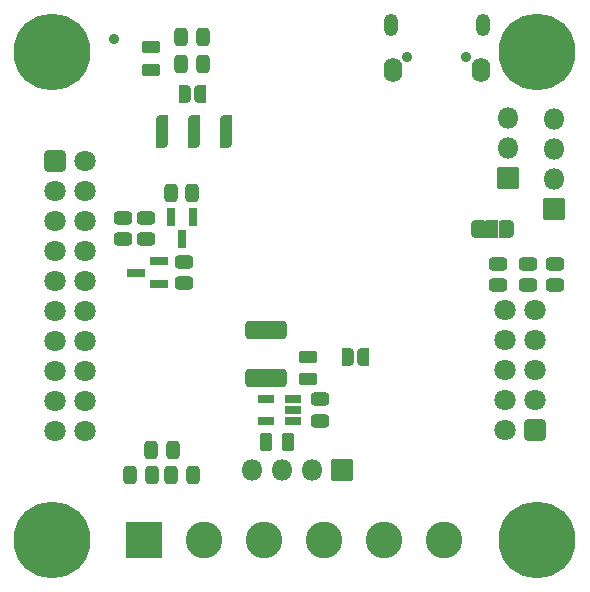
<source format=gbs>
%TF.GenerationSoftware,KiCad,Pcbnew,(6.0.9)*%
%TF.CreationDate,2023-01-11T20:23:52+07:00*%
%TF.ProjectId,ESP12CORE_B_MULTI,45535031-3243-44f5-9245-5f425f4d554c,rev?*%
%TF.SameCoordinates,Original*%
%TF.FileFunction,Soldermask,Bot*%
%TF.FilePolarity,Negative*%
%FSLAX46Y46*%
G04 Gerber Fmt 4.6, Leading zero omitted, Abs format (unit mm)*
G04 Created by KiCad (PCBNEW (6.0.9)) date 2023-01-11 20:23:52*
%MOMM*%
%LPD*%
G01*
G04 APERTURE LIST*
G04 Aperture macros list*
%AMRoundRect*
4,1,4,2,3,4,5,6,7,8,9,2,3,0*
1,1,$1,$2,$3*
1,1,$1,$2,$3*
1,1,$1,$2,$3*
1,1,$1,$2,$3*
20,1,$1,$2,$3,$4,$5,0*
20,1,$1,$2,$3,$4,$5,0*
20,1,$1,$2,$3,$4,$5,0*
20,1,$1,$2,$3,$4,$5,0*%
%AMFreePoly0*
4,1,37,0.535355,0.785355,0.55,0.75,0.55,-0.75,0.535355,-0.785355,0.5,-0.8,0,-0.8,-0.012524,-0.794812,-0.080857,-0.79356,-0.094851,-0.791293,-0.230166,-0.749018,-0.242962,-0.742915,-0.360972,-0.66436,-0.37154,-0.654911,-0.46276,-0.546392,-0.470252,-0.534356,-0.527347,-0.404597,-0.531159,-0.390943,-0.548742,-0.256483,-0.547388,-0.256306,-0.55,-0.25,-0.55,0.25,-0.549522,0.251153,-0.549368,0.263802,-0.527557,0.403879,-0.523412,0.417435,-0.463164,0.54576,-0.455381,0.557609,-0.361537,0.663867,-0.350741,0.673055,-0.230846,0.748703,-0.217905,0.754492,-0.081598,0.793449,-0.067552,0.795373,-0.011991,0.795033,0,0.8,0.5,0.8,0.535355,0.785355,0.535355,0.785355,0*%
%AMFreePoly1*
4,1,37,0.01235,0.794884,0.07421,0.794507,0.088231,0.792412,0.224052,0.751793,0.236921,0.745846,0.355883,0.668739,0.366566,0.65942,0.459104,0.552023,0.466742,0.54008,0.525419,0.411028,0.529398,0.397421,0.549495,0.257088,0.55,0.25,0.55,-0.25,0.549996,-0.25061,0.549847,-0.262826,0.549158,-0.270511,0.525638,-0.410312,0.521328,-0.423818,0.459516,-0.551397,0.451589,-0.56315,0.356454,-0.668254,0.345546,-0.677309,0.224736,-0.751486,0.211726,-0.757116,0.074953,-0.794405,0.060885,-0.796158,0.011462,-0.795252,0,-0.8,-0.5,-0.8,-0.535355,-0.785355,-0.55,-0.75,-0.55,0.75,-0.535355,0.785355,-0.5,0.8,0,0.8,0.01235,0.794884,0.01235,0.794884,0*%
%AMFreePoly2*
4,1,37,0.585355,0.785355,0.6,0.75,0.6,-0.75,0.585355,-0.785355,0.55,-0.8,0,-0.8,-0.012524,-0.794812,-0.080857,-0.79356,-0.094851,-0.791293,-0.230166,-0.749018,-0.242962,-0.742915,-0.360972,-0.66436,-0.37154,-0.654911,-0.46276,-0.546392,-0.470252,-0.534356,-0.527347,-0.404597,-0.531159,-0.390943,-0.548742,-0.256483,-0.547388,-0.256306,-0.55,-0.25,-0.55,0.25,-0.549522,0.251153,-0.549368,0.263802,-0.527557,0.403879,-0.523412,0.417435,-0.463164,0.54576,-0.455381,0.557609,-0.361537,0.663867,-0.350741,0.673055,-0.230846,0.748703,-0.217905,0.754492,-0.081598,0.793449,-0.067552,0.795373,-0.011991,0.795033,0,0.8,0.55,0.8,0.585355,0.785355,0.585355,0.785355,0*%
%AMFreePoly3*
4,1,37,0.01235,0.794884,0.07421,0.794507,0.088231,0.792412,0.224052,0.751793,0.236921,0.745846,0.355883,0.668739,0.366566,0.65942,0.459104,0.552023,0.466742,0.54008,0.525419,0.411028,0.529398,0.397421,0.549495,0.257088,0.55,0.25,0.55,-0.25,0.549996,-0.25061,0.549847,-0.262826,0.549158,-0.270511,0.525638,-0.410312,0.521328,-0.423818,0.459516,-0.551397,0.451589,-0.56315,0.356454,-0.668254,0.345546,-0.677309,0.224736,-0.751486,0.211726,-0.757116,0.074953,-0.794405,0.060885,-0.796158,0.011462,-0.795252,0,-0.8,-0.55,-0.8,-0.585355,-0.785355,-0.6,-0.75,-0.6,0.75,-0.585355,0.785355,-0.55,0.8,0,0.8,0.01235,0.794884,0.01235,0.794884,0*%
G04 Aperture macros list end*
%AMCOMP20*
4,1,3,
0.6,0.6,
-0.6,0.6,
-0.6,-0.6,
0.6,-0.6,
0*
4,1,19,
0.6,0.89999999999999991,
0.69270509831248417,0.885316954888546,
0.77633557568774192,0.84270509831248419,
0.84270509831248419,0.77633557568774192,
0.885316954888546,0.69270509831248417,
0.89999999999999991,0.6,
0.885316954888546,0.50729490168751579,
0.84270509831248419,0.42366442431225804,
0.77633557568774192,0.35729490168751576,
0.69270509831248428,0.31468304511145395,
0.6,0.3,
0.50729490168751568,0.31468304511145395,
0.42366442431225804,0.35729490168751571,
0.35729490168751576,0.42366442431225804,
0.31468304511145395,0.50729490168751568,
0.3,0.6,
0.3146830451114539,0.69270509831248417,
0.35729490168751571,0.77633557568774181,
0.423664424312258,0.84270509831248419,
0.50729490168751568,0.885316954888546,
0*
4,1,19,
-0.6,0.89999999999999991,
-0.50729490168751579,0.885316954888546,
-0.42366442431225804,0.84270509831248419,
-0.35729490168751576,0.77633557568774192,
-0.31468304511145395,0.69270509831248417,
-0.3,0.6,
-0.3146830451114539,0.50729490168751579,
-0.35729490168751576,0.42366442431225804,
-0.42366442431225804,0.35729490168751576,
-0.50729490168751568,0.31468304511145395,
-0.6,0.3,
-0.69270509831248428,0.31468304511145395,
-0.77633557568774192,0.35729490168751571,
-0.84270509831248419,0.42366442431225804,
-0.885316954888546,0.50729490168751568,
-0.89999999999999991,0.6,
-0.885316954888546,0.69270509831248417,
-0.84270509831248419,0.77633557568774181,
-0.77633557568774192,0.84270509831248419,
-0.69270509831248428,0.885316954888546,
0*
4,1,19,
-0.6,-0.3,
-0.50729490168751579,-0.31468304511145395,
-0.42366442431225804,-0.35729490168751576,
-0.35729490168751576,-0.42366442431225804,
-0.31468304511145395,-0.50729490168751579,
-0.3,-0.6,
-0.3146830451114539,-0.69270509831248417,
-0.35729490168751576,-0.77633557568774192,
-0.42366442431225804,-0.84270509831248419,
-0.50729490168751568,-0.885316954888546,
-0.6,-0.89999999999999991,
-0.69270509831248428,-0.885316954888546,
-0.77633557568774192,-0.84270509831248419,
-0.84270509831248419,-0.77633557568774192,
-0.885316954888546,-0.69270509831248428,
-0.89999999999999991,-0.6,
-0.885316954888546,-0.50729490168751579,
-0.84270509831248419,-0.42366442431225815,
-0.77633557568774192,-0.35729490168751576,
-0.69270509831248428,-0.31468304511145395,
0*
4,1,19,
0.6,-0.3,
0.69270509831248417,-0.31468304511145395,
0.77633557568774192,-0.35729490168751576,
0.84270509831248419,-0.42366442431225804,
0.885316954888546,-0.50729490168751579,
0.89999999999999991,-0.6,
0.885316954888546,-0.69270509831248417,
0.84270509831248419,-0.77633557568774192,
0.77633557568774192,-0.84270509831248419,
0.69270509831248428,-0.885316954888546,
0.6,-0.89999999999999991,
0.50729490168751568,-0.885316954888546,
0.42366442431225804,-0.84270509831248419,
0.35729490168751576,-0.77633557568774192,
0.31468304511145395,-0.69270509831248428,
0.3,-0.6,
0.3146830451114539,-0.50729490168751579,
0.35729490168751571,-0.42366442431225815,
0.423664424312258,-0.35729490168751576,
0.50729490168751568,-0.31468304511145395,
0*
4,1,3,
0.6,0.89999999999999991,
0.6,0.3,
-0.6,0.3,
-0.6,0.89999999999999991,
0*
4,1,3,
-0.89999999999999991,0.6,
-0.3,0.6,
-0.3,-0.6,
-0.89999999999999991,-0.6,
0*
4,1,3,
-0.6,-0.89999999999999991,
-0.6,-0.3,
0.6,-0.3,
0.6,-0.89999999999999991,
0*
4,1,3,
0.89999999999999991,-0.6,
0.3,-0.6,
0.3,0.6,
0.89999999999999991,0.6,
0*%
%ADD10COMP20,0.3X0.6X0.6X-0.6X0.6X-0.6X-0.6X0.6X-0.6X0*%
%ADD11C,1.8*%
%ADD12C,0.9*%
%ADD13C,6.5*%
%AMCOMP21*
4,1,3,
0.85,0.85,
-0.85,0.85,
-0.85,-0.85,
0.85,-0.85,
0*
4,1,19,
0.85,0.9,
0.86545084971874731,0.8975528258147577,
0.87938926261462358,0.89045084971874733,
0.89045084971874733,0.87938926261462358,
0.8975528258147577,0.86545084971874731,
0.9,0.85,
0.8975528258147577,0.83454915028125265,
0.89045084971874733,0.82061073738537638,
0.87938926261462369,0.80954915028125263,
0.86545084971874731,0.80244717418524225,
0.85,0.79999999999999993,
0.83454915028125254,0.80244717418524225,
0.82061073738537638,0.80954915028125263,
0.80954915028125263,0.82061073738537627,
0.80244717418524225,0.83454915028125265,
0.79999999999999993,0.85,
0.80244717418524225,0.86545084971874731,
0.80954915028125263,0.87938926261462358,
0.82061073738537627,0.89045084971874733,
0.83454915028125265,0.8975528258147577,
0*
4,1,19,
-0.85,0.9,
-0.83454915028125265,0.8975528258147577,
-0.82061073738537638,0.89045084971874733,
-0.80954915028125263,0.87938926261462358,
-0.80244717418524225,0.86545084971874731,
-0.79999999999999993,0.85,
-0.80244717418524225,0.83454915028125265,
-0.80954915028125263,0.82061073738537638,
-0.82061073738537627,0.80954915028125263,
-0.83454915028125265,0.80244717418524225,
-0.85,0.79999999999999993,
-0.86545084971874742,0.80244717418524225,
-0.87938926261462358,0.80954915028125263,
-0.89045084971874733,0.82061073738537627,
-0.8975528258147577,0.83454915028125265,
-0.9,0.85,
-0.8975528258147577,0.86545084971874731,
-0.89045084971874733,0.87938926261462358,
-0.87938926261462369,0.89045084971874733,
-0.86545084971874731,0.8975528258147577,
0*
4,1,19,
-0.85,-0.79999999999999993,
-0.83454915028125265,-0.80244717418524225,
-0.82061073738537638,-0.80954915028125263,
-0.80954915028125263,-0.82061073738537638,
-0.80244717418524225,-0.83454915028125265,
-0.79999999999999993,-0.85,
-0.80244717418524225,-0.86545084971874731,
-0.80954915028125263,-0.87938926261462358,
-0.82061073738537627,-0.89045084971874733,
-0.83454915028125265,-0.8975528258147577,
-0.85,-0.9,
-0.86545084971874742,-0.8975528258147577,
-0.87938926261462358,-0.89045084971874733,
-0.89045084971874733,-0.87938926261462369,
-0.8975528258147577,-0.86545084971874731,
-0.9,-0.85,
-0.8975528258147577,-0.83454915028125265,
-0.89045084971874733,-0.82061073738537638,
-0.87938926261462369,-0.80954915028125263,
-0.86545084971874731,-0.80244717418524225,
0*
4,1,19,
0.85,-0.79999999999999993,
0.86545084971874731,-0.80244717418524225,
0.87938926261462358,-0.80954915028125263,
0.89045084971874733,-0.82061073738537638,
0.8975528258147577,-0.83454915028125265,
0.9,-0.85,
0.8975528258147577,-0.86545084971874731,
0.89045084971874733,-0.87938926261462358,
0.87938926261462369,-0.89045084971874733,
0.86545084971874731,-0.8975528258147577,
0.85,-0.9,
0.83454915028125254,-0.8975528258147577,
0.82061073738537638,-0.89045084971874733,
0.80954915028125263,-0.87938926261462369,
0.80244717418524225,-0.86545084971874731,
0.79999999999999993,-0.85,
0.80244717418524225,-0.83454915028125265,
0.80954915028125263,-0.82061073738537638,
0.82061073738537627,-0.80954915028125263,
0.83454915028125265,-0.80244717418524225,
0*
4,1,3,
0.85,0.9,
0.85,0.79999999999999993,
-0.85,0.79999999999999993,
-0.85,0.9,
0*
4,1,3,
-0.9,0.85,
-0.79999999999999993,0.85,
-0.79999999999999993,-0.85,
-0.9,-0.85,
0*
4,1,3,
-0.85,-0.9,
-0.85,-0.79999999999999993,
0.85,-0.79999999999999993,
0.85,-0.9,
0*
4,1,3,
0.9,-0.85,
0.79999999999999993,-0.85,
0.79999999999999993,0.85,
0.9,0.85,
0*%
%ADD14COMP21,0.05X0.85X0.85X-0.85X0.85X-0.85X-0.85X0.85X-0.85X0*%
%ADD15O,1.8X1.8*%
%AMCOMP22*
4,1,3,
-0.6,-0.6,
0.6,-0.6,
0.6,0.6,
-0.6,0.6,
0*
4,1,19,
-0.6,-0.3,
-0.50729490168751579,-0.31468304511145395,
-0.42366442431225804,-0.35729490168751576,
-0.35729490168751576,-0.42366442431225804,
-0.31468304511145395,-0.50729490168751579,
-0.3,-0.6,
-0.3146830451114539,-0.69270509831248417,
-0.35729490168751576,-0.77633557568774192,
-0.42366442431225804,-0.84270509831248419,
-0.50729490168751568,-0.885316954888546,
-0.6,-0.89999999999999991,
-0.69270509831248428,-0.885316954888546,
-0.77633557568774192,-0.84270509831248419,
-0.84270509831248419,-0.77633557568774192,
-0.885316954888546,-0.69270509831248428,
-0.89999999999999991,-0.6,
-0.885316954888546,-0.50729490168751579,
-0.84270509831248419,-0.42366442431225815,
-0.77633557568774192,-0.35729490168751576,
-0.69270509831248428,-0.31468304511145395,
0*
4,1,19,
0.6,-0.3,
0.69270509831248417,-0.31468304511145395,
0.77633557568774192,-0.35729490168751576,
0.84270509831248419,-0.42366442431225804,
0.885316954888546,-0.50729490168751579,
0.89999999999999991,-0.6,
0.885316954888546,-0.69270509831248417,
0.84270509831248419,-0.77633557568774192,
0.77633557568774192,-0.84270509831248419,
0.69270509831248428,-0.885316954888546,
0.6,-0.89999999999999991,
0.50729490168751568,-0.885316954888546,
0.42366442431225804,-0.84270509831248419,
0.35729490168751576,-0.77633557568774192,
0.31468304511145395,-0.69270509831248428,
0.3,-0.6,
0.3146830451114539,-0.50729490168751579,
0.35729490168751571,-0.42366442431225815,
0.423664424312258,-0.35729490168751576,
0.50729490168751568,-0.31468304511145395,
0*
4,1,19,
0.6,0.89999999999999991,
0.69270509831248417,0.885316954888546,
0.77633557568774192,0.84270509831248419,
0.84270509831248419,0.77633557568774192,
0.885316954888546,0.69270509831248417,
0.89999999999999991,0.6,
0.885316954888546,0.50729490168751579,
0.84270509831248419,0.42366442431225804,
0.77633557568774192,0.35729490168751576,
0.69270509831248428,0.31468304511145395,
0.6,0.3,
0.50729490168751568,0.31468304511145395,
0.42366442431225804,0.35729490168751571,
0.35729490168751576,0.42366442431225804,
0.31468304511145395,0.50729490168751568,
0.3,0.6,
0.3146830451114539,0.69270509831248417,
0.35729490168751571,0.77633557568774181,
0.423664424312258,0.84270509831248419,
0.50729490168751568,0.885316954888546,
0*
4,1,19,
-0.6,0.89999999999999991,
-0.50729490168751579,0.885316954888546,
-0.42366442431225804,0.84270509831248419,
-0.35729490168751576,0.77633557568774192,
-0.31468304511145395,0.69270509831248417,
-0.3,0.6,
-0.3146830451114539,0.50729490168751579,
-0.35729490168751576,0.42366442431225804,
-0.42366442431225804,0.35729490168751576,
-0.50729490168751568,0.31468304511145395,
-0.6,0.3,
-0.69270509831248428,0.31468304511145395,
-0.77633557568774192,0.35729490168751571,
-0.84270509831248419,0.42366442431225804,
-0.885316954888546,0.50729490168751568,
-0.89999999999999991,0.6,
-0.885316954888546,0.69270509831248417,
-0.84270509831248419,0.77633557568774181,
-0.77633557568774192,0.84270509831248419,
-0.69270509831248428,0.885316954888546,
0*
4,1,3,
-0.6,-0.89999999999999991,
-0.6,-0.3,
0.6,-0.3,
0.6,-0.89999999999999991,
0*
4,1,3,
0.89999999999999991,-0.6,
0.3,-0.6,
0.3,0.6,
0.89999999999999991,0.6,
0*
4,1,3,
0.6,0.89999999999999991,
0.6,0.3,
-0.6,0.3,
-0.6,0.89999999999999991,
0*
4,1,3,
-0.89999999999999991,0.6,
-0.3,0.6,
-0.3,-0.6,
-0.89999999999999991,-0.6,
0*%
%ADD16COMP22,0.3X-0.6X-0.6X0.6X-0.6X0.6X0.6X-0.6X0.6X0*%
%AMCOMP23*
4,1,3,
-0.85,0.85,
-0.85,-0.85,
0.85,-0.85,
0.85,0.85,
0*
4,1,19,
-0.85,0.9,
-0.83454915028125265,0.8975528258147577,
-0.82061073738537638,0.89045084971874733,
-0.80954915028125263,0.87938926261462358,
-0.80244717418524225,0.86545084971874731,
-0.79999999999999993,0.85,
-0.80244717418524225,0.83454915028125265,
-0.80954915028125263,0.82061073738537638,
-0.82061073738537627,0.80954915028125263,
-0.83454915028125265,0.80244717418524225,
-0.85,0.79999999999999993,
-0.86545084971874742,0.80244717418524225,
-0.87938926261462358,0.80954915028125263,
-0.89045084971874733,0.82061073738537627,
-0.8975528258147577,0.83454915028125265,
-0.9,0.85,
-0.8975528258147577,0.86545084971874731,
-0.89045084971874733,0.87938926261462358,
-0.87938926261462369,0.89045084971874733,
-0.86545084971874731,0.8975528258147577,
0*
4,1,19,
-0.85,-0.79999999999999993,
-0.83454915028125265,-0.80244717418524225,
-0.82061073738537638,-0.80954915028125263,
-0.80954915028125263,-0.82061073738537638,
-0.80244717418524225,-0.83454915028125265,
-0.79999999999999993,-0.85,
-0.80244717418524225,-0.86545084971874731,
-0.80954915028125263,-0.87938926261462358,
-0.82061073738537627,-0.89045084971874733,
-0.83454915028125265,-0.8975528258147577,
-0.85,-0.9,
-0.86545084971874742,-0.8975528258147577,
-0.87938926261462358,-0.89045084971874733,
-0.89045084971874733,-0.87938926261462369,
-0.8975528258147577,-0.86545084971874731,
-0.9,-0.85,
-0.8975528258147577,-0.83454915028125265,
-0.89045084971874733,-0.82061073738537638,
-0.87938926261462369,-0.80954915028125263,
-0.86545084971874731,-0.80244717418524225,
0*
4,1,19,
0.85,-0.79999999999999993,
0.86545084971874731,-0.80244717418524225,
0.87938926261462358,-0.80954915028125263,
0.89045084971874733,-0.82061073738537638,
0.8975528258147577,-0.83454915028125265,
0.9,-0.85,
0.8975528258147577,-0.86545084971874731,
0.89045084971874733,-0.87938926261462358,
0.87938926261462369,-0.89045084971874733,
0.86545084971874731,-0.8975528258147577,
0.85,-0.9,
0.83454915028125254,-0.8975528258147577,
0.82061073738537638,-0.89045084971874733,
0.80954915028125263,-0.87938926261462369,
0.80244717418524225,-0.86545084971874731,
0.79999999999999993,-0.85,
0.80244717418524225,-0.83454915028125265,
0.80954915028125263,-0.82061073738537638,
0.82061073738537627,-0.80954915028125263,
0.83454915028125265,-0.80244717418524225,
0*
4,1,19,
0.85,0.9,
0.86545084971874731,0.8975528258147577,
0.87938926261462358,0.89045084971874733,
0.89045084971874733,0.87938926261462358,
0.8975528258147577,0.86545084971874731,
0.9,0.85,
0.8975528258147577,0.83454915028125265,
0.89045084971874733,0.82061073738537638,
0.87938926261462369,0.80954915028125263,
0.86545084971874731,0.80244717418524225,
0.85,0.79999999999999993,
0.83454915028125254,0.80244717418524225,
0.82061073738537638,0.80954915028125263,
0.80954915028125263,0.82061073738537627,
0.80244717418524225,0.83454915028125265,
0.79999999999999993,0.85,
0.80244717418524225,0.86545084971874731,
0.80954915028125263,0.87938926261462358,
0.82061073738537627,0.89045084971874733,
0.83454915028125265,0.8975528258147577,
0*
4,1,3,
-0.9,0.85,
-0.79999999999999993,0.85,
-0.79999999999999993,-0.85,
-0.9,-0.85,
0*
4,1,3,
-0.85,-0.9,
-0.85,-0.79999999999999993,
0.85,-0.79999999999999993,
0.85,-0.9,
0*
4,1,3,
0.9,-0.85,
0.79999999999999993,-0.85,
0.79999999999999993,0.85,
0.9,0.85,
0*
4,1,3,
0.85,0.9,
0.85,0.79999999999999993,
-0.85,0.79999999999999993,
-0.85,0.9,
0*%
%ADD17COMP23,0.05X-0.85X0.85X-0.85X-0.85X0.85X-0.85X0.85X0.85X0*%
%AMCOMP24*
4,1,3,
-1.5,-1.5,
1.5,-1.5,
1.5,1.5,
-1.5,1.5,
0*
4,1,19,
-1.5,-1.45,
-1.4845491502812527,-1.4524471741852423,
-1.4706107373853763,-1.4595491502812525,
-1.4595491502812525,-1.4706107373853763,
-1.4524471741852423,-1.4845491502812527,
-1.45,-1.5,
-1.4524471741852423,-1.5154508497187473,
-1.4595491502812525,-1.5293892626146237,
-1.4706107373853763,-1.5404508497187475,
-1.4845491502812527,-1.5475528258147577,
-1.5,-1.55,
-1.5154508497187473,-1.5475528258147577,
-1.5293892626146237,-1.5404508497187475,
-1.5404508497187475,-1.5293892626146237,
-1.5475528258147577,-1.5154508497187473,
-1.55,-1.5,
-1.5475528258147577,-1.4845491502812527,
-1.5404508497187475,-1.4706107373853763,
-1.5293892626146237,-1.4595491502812525,
-1.5154508497187473,-1.4524471741852423,
0*
4,1,19,
1.5,-1.45,
1.5154508497187473,-1.4524471741852423,
1.5293892626146237,-1.4595491502812525,
1.5404508497187475,-1.4706107373853763,
1.5475528258147577,-1.4845491502812527,
1.55,-1.5,
1.5475528258147577,-1.5154508497187473,
1.5404508497187475,-1.5293892626146237,
1.5293892626146237,-1.5404508497187475,
1.5154508497187473,-1.5475528258147577,
1.5,-1.55,
1.4845491502812527,-1.5475528258147577,
1.4706107373853763,-1.5404508497187475,
1.4595491502812525,-1.5293892626146237,
1.4524471741852423,-1.5154508497187473,
1.45,-1.5,
1.4524471741852423,-1.4845491502812527,
1.4595491502812525,-1.4706107373853763,
1.4706107373853763,-1.4595491502812525,
1.4845491502812527,-1.4524471741852423,
0*
4,1,19,
1.5,1.55,
1.5154508497187473,1.5475528258147577,
1.5293892626146237,1.5404508497187475,
1.5404508497187475,1.5293892626146237,
1.5475528258147577,1.5154508497187473,
1.55,1.5,
1.5475528258147577,1.4845491502812527,
1.5404508497187475,1.4706107373853763,
1.5293892626146237,1.4595491502812525,
1.5154508497187473,1.4524471741852423,
1.5,1.45,
1.4845491502812527,1.4524471741852423,
1.4706107373853763,1.4595491502812525,
1.4595491502812525,1.4706107373853763,
1.4524471741852423,1.4845491502812527,
1.45,1.5,
1.4524471741852423,1.5154508497187473,
1.4595491502812525,1.5293892626146237,
1.4706107373853763,1.5404508497187475,
1.4845491502812527,1.5475528258147577,
0*
4,1,19,
-1.5,1.55,
-1.4845491502812527,1.5475528258147577,
-1.4706107373853763,1.5404508497187475,
-1.4595491502812525,1.5293892626146237,
-1.4524471741852423,1.5154508497187473,
-1.45,1.5,
-1.4524471741852423,1.4845491502812527,
-1.4595491502812525,1.4706107373853763,
-1.4706107373853763,1.4595491502812525,
-1.4845491502812527,1.4524471741852423,
-1.5,1.45,
-1.5154508497187473,1.4524471741852423,
-1.5293892626146237,1.4595491502812525,
-1.5404508497187475,1.4706107373853763,
-1.5475528258147577,1.4845491502812527,
-1.55,1.5,
-1.5475528258147577,1.5154508497187473,
-1.5404508497187475,1.5293892626146237,
-1.5293892626146237,1.5404508497187475,
-1.5154508497187473,1.5475528258147577,
0*
4,1,3,
-1.5,-1.55,
-1.5,-1.45,
1.5,-1.45,
1.5,-1.55,
0*
4,1,3,
1.55,-1.5,
1.45,-1.5,
1.45,1.5,
1.55,1.5,
0*
4,1,3,
1.5,1.55,
1.5,1.45,
-1.5,1.45,
-1.5,1.55,
0*
4,1,3,
-1.55,1.5,
-1.45,1.5,
-1.45,-1.5,
-1.55,-1.5,
0*%
%ADD18COMP24,0.05X-1.5X-1.5X1.5X-1.5X1.5X1.5X-1.5X1.5X0*%
%ADD19C,3.1*%
%ADD20O,0.9X0.9*%
%ADD21O,1.55X2.1*%
%ADD22O,1.25X1.9*%
%AMCOMP25*
4,1,3,
0.5875,0.15,
-0.5875,0.15,
-0.5875,-0.15,
0.5875,-0.15,
0*
4,1,19,
0.5875,0.35,
0.64930339887498945,0.34021130325903071,
0.70505705045849465,0.31180339887498953,
0.74930339887498953,0.26755705045849465,
0.77771130325903071,0.2118033988749895,
0.78750000000000009,0.15,
0.77771130325903082,0.088196601125010515,
0.74930339887498953,0.032442949541505381,
0.70505705045849465,-0.01180339887498949,
0.64930339887498956,-0.040211303259030717,
0.5875,-0.050000000000000017,
0.52569660112501049,-0.040211303259030717,
0.46994294954150539,-0.011803398874989518,
0.42569660112501051,0.032442949541505339,
0.39728869674096934,0.088196601125010488,
0.3875,0.14999999999999997,
0.39728869674096928,0.21180339887498945,
0.42569660112501051,0.26755705045849459,
0.46994294954150534,0.31180339887498948,
0.52569660112501049,0.34021130325903071,
0*
4,1,19,
-0.5875,0.35,
-0.5256966011250106,0.34021130325903071,
-0.46994294954150539,0.31180339887498953,
-0.42569660112501051,0.26755705045849465,
-0.39728869674096934,0.2118033988749895,
-0.3875,0.15,
-0.39728869674096928,0.088196601125010515,
-0.42569660112501051,0.032442949541505381,
-0.46994294954150539,-0.01180339887498949,
-0.52569660112501049,-0.040211303259030717,
-0.5875,-0.050000000000000017,
-0.64930339887498956,-0.040211303259030717,
-0.70505705045849465,-0.011803398874989518,
-0.74930339887498953,0.032442949541505339,
-0.77771130325903071,0.088196601125010488,
-0.78750000000000009,0.14999999999999997,
-0.77771130325903082,0.21180339887498945,
-0.74930339887498953,0.26755705045849459,
-0.70505705045849476,0.31180339887498948,
-0.64930339887498956,0.34021130325903071,
0*
4,1,19,
-0.5875,0.050000000000000017,
-0.5256966011250106,0.040211303259030717,
-0.46994294954150539,0.011803398874989518,
-0.42569660112501051,-0.032442949541505367,
-0.39728869674096934,-0.0881966011250105,
-0.3875,-0.15,
-0.39728869674096928,-0.21180339887498947,
-0.42569660112501051,-0.26755705045849459,
-0.46994294954150539,-0.31180339887498948,
-0.52569660112501049,-0.34021130325903071,
-0.5875,-0.35,
-0.64930339887498956,-0.34021130325903071,
-0.70505705045849465,-0.31180339887498953,
-0.74930339887498953,-0.26755705045849465,
-0.77771130325903071,-0.2118033988749895,
-0.78750000000000009,-0.15000000000000002,
-0.77771130325903082,-0.088196601125010543,
-0.74930339887498953,-0.032442949541505409,
-0.70505705045849476,0.01180339887498949,
-0.64930339887498956,0.040211303259030717,
0*
4,1,19,
0.5875,0.050000000000000017,
0.64930339887498945,0.040211303259030717,
0.70505705045849465,0.011803398874989518,
0.74930339887498953,-0.032442949541505367,
0.77771130325903071,-0.0881966011250105,
0.78750000000000009,-0.15,
0.77771130325903082,-0.21180339887498947,
0.74930339887498953,-0.26755705045849459,
0.70505705045849465,-0.31180339887498948,
0.64930339887498956,-0.34021130325903071,
0.5875,-0.35,
0.52569660112501049,-0.34021130325903071,
0.46994294954150539,-0.31180339887498953,
0.42569660112501051,-0.26755705045849465,
0.39728869674096934,-0.2118033988749895,
0.3875,-0.15000000000000002,
0.39728869674096928,-0.088196601125010543,
0.42569660112501051,-0.032442949541505409,
0.46994294954150534,0.01180339887498949,
0.52569660112501049,0.040211303259030717,
0*
4,1,3,
0.5875,0.35,
0.5875,-0.050000000000000017,
-0.5875,-0.050000000000000017,
-0.5875,0.35,
0*
4,1,3,
-0.78750000000000009,0.15,
-0.3875,0.15,
-0.3875,-0.15,
-0.78750000000000009,-0.15,
0*
4,1,3,
-0.5875,-0.35,
-0.5875,0.050000000000000017,
0.5875,0.050000000000000017,
0.5875,-0.35,
0*
4,1,3,
0.78750000000000009,-0.15,
0.3875,-0.15,
0.3875,0.15,
0.78750000000000009,0.15,
0*%
%ADD23COMP25,0.2X0.5875X0.15X-0.5875X0.15X-0.5875X-0.15X0.5875X-0.15X0*%
%AMCOMP26*
4,1,36,
0.535355,0.785355,
0.55,0.75,
0.55,-0.75,
0.535355,-0.785355,
0.5,-0.8,
0,-0.8,
-0.012524,-0.794812,
-0.080857,-0.79356,
-0.094851,-0.791293,
-0.230166,-0.749018,
-0.242962,-0.742915,
-0.360972,-0.66436,
-0.37154,-0.654911,
-0.46276,-0.546392,
-0.470252,-0.534356,
-0.527347,-0.404597,
-0.531159,-0.390943,
-0.548742,-0.256483,
-0.547388,-0.256306,
-0.55,-0.25,
-0.55,0.25,
-0.549522,0.251153,
-0.549368,0.263802,
-0.527557,0.403879,
-0.523412,0.417435,
-0.463164,0.54576,
-0.455381,0.557609,
-0.361537,0.663867,
-0.350741,0.673055,
-0.230846,0.748703,
-0.217905,0.754492,
-0.081598,0.793449,
-0.067552,0.795373,
-0.011991,0.795033,
0,0.8,
0.5,0.8,
0.535355,0.785355,
0*%
%ADD24COMP26,270*%
%AMCOMP27*
4,1,36,
0.01235,0.794884,
0.07421,0.794507,
0.088231,0.792412,
0.224052,0.751793,
0.236921,0.745846,
0.355883,0.668739,
0.366566,0.65942,
0.459104,0.552023,
0.466742,0.54008,
0.525419,0.411028,
0.529398,0.397421,
0.549495,0.257088,
0.55,0.25,
0.55,-0.25,
0.549996,-0.25061,
0.549847,-0.262826,
0.549158,-0.270511,
0.525638,-0.410312,
0.521328,-0.423818,
0.459516,-0.551397,
0.451589,-0.56315,
0.356454,-0.668254,
0.345546,-0.677309,
0.224736,-0.751486,
0.211726,-0.757116,
0.074953,-0.794405,
0.060885,-0.796158,
0.011462,-0.795252,
0,-0.8,
-0.5,-0.8,
-0.535355,-0.785355,
-0.55,-0.75,
-0.55,0.75,
-0.535355,0.785355,
-0.5,0.8,
0,0.8,
0.01235,0.794884,
0*%
%ADD25COMP27,270*%
%AMCOMP28*
4,1,3,
0.475,-0.25,
0.475,0.25,
-0.475,0.25,
-0.475,-0.25,
0*
4,1,19,
0.475,0.049999999999999989,
0.56770509831248417,0.035316954888546026,
0.65133557568774192,-0.0072949016875157868,
0.71770509831248419,-0.073664424312258059,
0.760316954888546,-0.15729490168751575,
0.77499999999999991,-0.24999999999999997,
0.760316954888546,-0.34270509831248419,
0.71770509831248419,-0.42633557568774194,
0.65133557568774192,-0.49270509831248421,
0.56770509831248428,-0.535316954888546,
0.47500000000000003,-0.55,
0.38229490168751568,-0.535316954888546,
0.29866442431225804,-0.49270509831248427,
0.23229490168751579,-0.42633557568774194,
0.18968304511145395,-0.34270509831248425,
0.175,-0.25000000000000006,
0.1896830451114539,-0.15729490168751584,
0.23229490168751571,-0.073664424312258142,
0.298664424312258,-0.0072949016875158146,
0.38229490168751568,0.035316954888546026,
0*
4,1,19,
0.475,0.55,
0.56770509831248417,0.535316954888546,
0.65133557568774192,0.49270509831248421,
0.71770509831248419,0.42633557568774194,
0.760316954888546,0.34270509831248425,
0.77499999999999991,0.25,
0.760316954888546,0.15729490168751581,
0.71770509831248419,0.073664424312258087,
0.65133557568774192,0.0072949016875158146,
0.56770509831248428,-0.035316954888546026,
0.47500000000000003,-0.049999999999999989,
0.38229490168751568,-0.035316954888546026,
0.29866442431225804,0.0072949016875157313,
0.23229490168751579,0.073664424312258031,
0.18968304511145395,0.15729490168751575,
0.175,0.24999999999999994,
0.1896830451114539,0.34270509831248419,
0.23229490168751571,0.42633557568774183,
0.298664424312258,0.49270509831248421,
0.38229490168751568,0.535316954888546,
0*
4,1,19,
-0.475,0.55,
-0.38229490168751579,0.535316954888546,
-0.29866442431225804,0.49270509831248421,
-0.23229490168751576,0.42633557568774194,
-0.18968304511145395,0.34270509831248425,
-0.175,0.25,
-0.1896830451114539,0.15729490168751581,
-0.23229490168751576,0.073664424312258087,
-0.29866442431225804,0.0072949016875158146,
-0.38229490168751573,-0.035316954888546026,
-0.47499999999999992,-0.049999999999999989,
-0.56770509831248428,-0.035316954888546026,
-0.65133557568774192,0.0072949016875157313,
-0.71770509831248419,0.073664424312258031,
-0.760316954888546,0.15729490168751575,
-0.77499999999999991,0.24999999999999994,
-0.760316954888546,0.34270509831248419,
-0.71770509831248419,0.42633557568774183,
-0.65133557568774192,0.49270509831248421,
-0.56770509831248428,0.535316954888546,
0*
4,1,19,
-0.475,0.049999999999999989,
-0.38229490168751579,0.035316954888546026,
-0.29866442431225804,-0.0072949016875157868,
-0.23229490168751576,-0.073664424312258059,
-0.18968304511145395,-0.15729490168751575,
-0.175,-0.24999999999999997,
-0.1896830451114539,-0.34270509831248419,
-0.23229490168751576,-0.42633557568774194,
-0.29866442431225804,-0.49270509831248421,
-0.38229490168751573,-0.535316954888546,
-0.47499999999999992,-0.55,
-0.56770509831248428,-0.535316954888546,
-0.65133557568774192,-0.49270509831248427,
-0.71770509831248419,-0.42633557568774194,
-0.760316954888546,-0.34270509831248425,
-0.77499999999999991,-0.25000000000000006,
-0.760316954888546,-0.15729490168751584,
-0.71770509831248419,-0.073664424312258142,
-0.65133557568774192,-0.0072949016875158146,
-0.56770509831248428,0.035316954888546026,
0*
4,1,3,
0.77499999999999991,-0.25,
0.175,-0.24999999999999997,
0.175,0.25,
0.77499999999999991,0.24999999999999997,
0*
4,1,3,
0.475,0.55,
0.475,-0.049999999999999989,
-0.475,-0.049999999999999989,
-0.475,0.55,
0*
4,1,3,
-0.77499999999999991,0.25,
-0.175,0.24999999999999997,
-0.175,-0.25,
-0.77499999999999991,-0.24999999999999997,
0*
4,1,3,
-0.475,-0.55,
-0.475,0.049999999999999989,
0.475,0.049999999999999989,
0.475,-0.55,
0*%
%ADD26COMP28,0.3X0.475X-0.25X0.475X0.25X-0.475X0.25X-0.475X-0.25X0*%
%AMCOMP29*
4,1,36,
0.585355,0.785355,
0.6,0.75,
0.6,-0.75,
0.585355,-0.785355,
0.55,-0.8,
0,-0.8,
-0.012524,-0.794812,
-0.080857,-0.79356,
-0.094851,-0.791293,
-0.230166,-0.749018,
-0.242962,-0.742915,
-0.360972,-0.66436,
-0.37154,-0.654911,
-0.46276,-0.546392,
-0.470252,-0.534356,
-0.527347,-0.404597,
-0.531159,-0.390943,
-0.548742,-0.256483,
-0.547388,-0.256306,
-0.55,-0.25,
-0.55,0.25,
-0.549522,0.251153,
-0.549368,0.263802,
-0.527557,0.403879,
-0.523412,0.417435,
-0.463164,0.54576,
-0.455381,0.557609,
-0.361537,0.663867,
-0.350741,0.673055,
-0.230846,0.748703,
-0.217905,0.754492,
-0.081598,0.793449,
-0.067552,0.795373,
-0.011991,0.795033,
0,0.8,
0.55,0.8,
0.585355,0.785355,
0*%
%ADD27COMP29,0*%
%AMCOMP30*
4,1,3,
-0.5,-0.75,
0.5,-0.75,
0.5,0.75,
-0.5,0.75,
0*
4,1,19,
-0.5,-0.7,
-0.48454915028125262,-0.70244717418524227,
-0.47061073738537634,-0.70954915028125265,
-0.45954915028125265,-0.72061073738537629,
-0.45244717418524233,-0.73454915028125267,
-0.45,-0.75,
-0.45244717418524233,-0.76545084971874733,
-0.45954915028125265,-0.7793892626146236,
-0.47061073738537634,-0.79045084971874735,
-0.48454915028125262,-0.79755282581475773,
-0.5,-0.8,
-0.51545084971874744,-0.79755282581475773,
-0.5293892626146236,-0.79045084971874735,
-0.54045084971874735,-0.77938926261462371,
-0.54755282581475773,-0.76545084971874733,
-0.55,-0.75,
-0.54755282581475773,-0.73454915028125267,
-0.54045084971874735,-0.7206107373853764,
-0.52938926261462371,-0.70954915028125265,
-0.51545084971874733,-0.70244717418524227,
0*
4,1,19,
0.5,-0.7,
0.51545084971874733,-0.70244717418524227,
0.52938926261462371,-0.70954915028125265,
0.54045084971874735,-0.72061073738537629,
0.54755282581475773,-0.73454915028125267,
0.55,-0.75,
0.54755282581475773,-0.76545084971874733,
0.54045084971874735,-0.7793892626146236,
0.52938926261462371,-0.79045084971874735,
0.51545084971874733,-0.79755282581475773,
0.5,-0.8,
0.48454915028125262,-0.79755282581475773,
0.47061073738537634,-0.79045084971874735,
0.45954915028125265,-0.77938926261462371,
0.45244717418524233,-0.76545084971874733,
0.45,-0.75,
0.45244717418524233,-0.73454915028125267,
0.45954915028125265,-0.7206107373853764,
0.47061073738537634,-0.70954915028125265,
0.48454915028125262,-0.70244717418524227,
0*
4,1,19,
0.5,0.8,
0.51545084971874733,0.79755282581475773,
0.52938926261462371,0.79045084971874735,
0.54045084971874735,0.77938926261462371,
0.54755282581475773,0.76545084971874733,
0.55,0.75,
0.54755282581475773,0.73454915028125267,
0.54045084971874735,0.7206107373853764,
0.52938926261462371,0.70954915028125265,
0.51545084971874733,0.70244717418524227,
0.5,0.7,
0.48454915028125262,0.70244717418524227,
0.47061073738537634,0.70954915028125265,
0.45954915028125265,0.72061073738537629,
0.45244717418524233,0.73454915028125267,
0.45,0.75,
0.45244717418524233,0.76545084971874733,
0.45954915028125265,0.7793892626146236,
0.47061073738537634,0.79045084971874735,
0.48454915028125262,0.79755282581475773,
0*
4,1,19,
-0.5,0.8,
-0.48454915028125262,0.79755282581475773,
-0.47061073738537634,0.79045084971874735,
-0.45954915028125265,0.77938926261462371,
-0.45244717418524233,0.76545084971874733,
-0.45,0.75,
-0.45244717418524233,0.73454915028125267,
-0.45954915028125265,0.7206107373853764,
-0.47061073738537634,0.70954915028125265,
-0.48454915028125262,0.70244717418524227,
-0.5,0.7,
-0.51545084971874744,0.70244717418524227,
-0.5293892626146236,0.70954915028125265,
-0.54045084971874735,0.72061073738537629,
-0.54755282581475773,0.73454915028125267,
-0.55,0.75,
-0.54755282581475773,0.76545084971874733,
-0.54045084971874735,0.7793892626146236,
-0.52938926261462371,0.79045084971874735,
-0.51545084971874733,0.79755282581475773,
0*
4,1,3,
-0.5,-0.8,
-0.5,-0.7,
0.5,-0.7,
0.5,-0.8,
0*
4,1,3,
0.55,-0.75,
0.45,-0.75,
0.45,0.75,
0.55,0.75,
0*
4,1,3,
0.5,0.8,
0.5,0.7,
-0.5,0.7,
-0.5,0.8,
0*
4,1,3,
-0.55,0.75,
-0.45,0.75,
-0.45,-0.75,
-0.55,-0.75,
0*%
%ADD28COMP30,0.05X-0.5X-0.75X0.5X-0.75X0.5X0.75X-0.5X0.75X0*%
%AMCOMP31*
4,1,36,
0.01235,0.794884,
0.07421,0.794507,
0.088231,0.792412,
0.224052,0.751793,
0.236921,0.745846,
0.355883,0.668739,
0.366566,0.65942,
0.459104,0.552023,
0.466742,0.54008,
0.525419,0.411028,
0.529398,0.397421,
0.549495,0.257088,
0.55,0.25,
0.55,-0.25,
0.549996,-0.25061,
0.549847,-0.262826,
0.549158,-0.270511,
0.525638,-0.410312,
0.521328,-0.423818,
0.459516,-0.551397,
0.451589,-0.56315,
0.356454,-0.668254,
0.345546,-0.677309,
0.224736,-0.751486,
0.211726,-0.757116,
0.074953,-0.794405,
0.060885,-0.796158,
0.011462,-0.795252,
0,-0.8,
-0.55,-0.8,
-0.585355,-0.785355,
-0.6,-0.75,
-0.6,0.75,
-0.585355,0.785355,
-0.55,0.8,
0,0.8,
0.01235,0.794884,
0*%
%ADD29COMP31,0*%
%AMCOMP32*
4,1,3,
-0.2625,-0.45,
0.2625,-0.45,
0.2625,0.45,
-0.2625,0.45,
0*
4,1,19,
-0.2625,-0.15000000000000002,
-0.16979490168751579,-0.16468304511145399,
-0.08616442431225807,-0.2072949016875158,
-0.019794901687515798,-0.27366442431225807,
0.022816954888546015,-0.35729490168751576,
0.037499999999999978,-0.45,
0.02281695488854607,-0.54270509831248426,
-0.019794901687515798,-0.6263355756877419,
-0.086164424312258042,-0.69270509831248417,
-0.16979490168751576,-0.73531695488854609,
-0.26249999999999996,-0.75,
-0.35520509831248431,-0.73531695488854609,
-0.4388355756877419,-0.69270509831248428,
-0.50520509831248417,-0.626335575687742,
-0.54781695488854609,-0.54270509831248426,
-0.5625,-0.45000000000000007,
-0.54781695488854609,-0.35729490168751588,
-0.50520509831248428,-0.27366442431225813,
-0.438835575687742,-0.20729490168751583,
-0.35520509831248431,-0.16468304511145399,
0*
4,1,19,
0.2625,-0.15000000000000002,
0.35520509831248426,-0.16468304511145399,
0.43883557568774195,-0.2072949016875158,
0.50520509831248428,-0.27366442431225807,
0.54781695488854609,-0.35729490168751576,
0.5625,-0.45,
0.54781695488854609,-0.54270509831248426,
0.50520509831248428,-0.6263355756877419,
0.438835575687742,-0.69270509831248417,
0.35520509831248426,-0.73531695488854609,
0.26250000000000007,-0.75,
0.16979490168751571,-0.73531695488854609,
0.0861644243122581,-0.69270509831248428,
0.019794901687515826,-0.626335575687742,
-0.022816954888546015,-0.54270509831248426,
-0.037499999999999978,-0.45000000000000007,
-0.02281695488854607,-0.35729490168751588,
0.019794901687515742,-0.27366442431225813,
0.086164424312258014,-0.20729490168751583,
0.16979490168751571,-0.16468304511145399,
0*
4,1,19,
0.2625,0.75,
0.35520509831248426,0.73531695488854609,
0.43883557568774195,0.69270509831248428,
0.50520509831248428,0.626335575687742,
0.54781695488854609,0.54270509831248426,
0.5625,0.45,
0.54781695488854609,0.35729490168751582,
0.50520509831248428,0.27366442431225813,
0.438835575687742,0.20729490168751583,
0.35520509831248426,0.16468304511145399,
0.26250000000000007,0.15000000000000002,
0.16979490168751571,0.16468304511145399,
0.0861644243122581,0.20729490168751574,
0.019794901687515826,0.273664424312258,
-0.022816954888546015,0.35729490168751576,
-0.037499999999999978,0.44999999999999996,
-0.02281695488854607,0.54270509831248415,
0.019794901687515742,0.6263355756877419,
0.086164424312258014,0.69270509831248417,
0.16979490168751571,0.73531695488854609,
0*
4,1,19,
-0.2625,0.75,
-0.16979490168751579,0.73531695488854609,
-0.08616442431225807,0.69270509831248428,
-0.019794901687515798,0.626335575687742,
0.022816954888546015,0.54270509831248426,
0.037499999999999978,0.45,
0.02281695488854607,0.35729490168751582,
-0.019794901687515798,0.27366442431225813,
-0.086164424312258042,0.20729490168751583,
-0.16979490168751576,0.16468304511145399,
-0.26249999999999996,0.15000000000000002,
-0.35520509831248431,0.16468304511145399,
-0.4388355756877419,0.20729490168751574,
-0.50520509831248417,0.273664424312258,
-0.54781695488854609,0.35729490168751576,
-0.5625,0.44999999999999996,
-0.54781695488854609,0.54270509831248415,
-0.50520509831248428,0.6263355756877419,
-0.438835575687742,0.69270509831248417,
-0.35520509831248431,0.73531695488854609,
0*
4,1,3,
-0.2625,-0.75,
-0.2625,-0.15000000000000002,
0.2625,-0.15000000000000002,
0.2625,-0.75,
0*
4,1,3,
0.5625,-0.45,
-0.037499999999999978,-0.45,
-0.037499999999999978,0.45,
0.5625,0.45,
0*
4,1,3,
0.2625,0.75,
0.2625,0.15000000000000002,
-0.2625,0.15000000000000002,
-0.2625,0.75,
0*
4,1,3,
-0.5625,0.45,
0.037499999999999978,0.45,
0.037499999999999978,-0.45,
-0.5625,-0.45,
0*%
%ADD30COMP32,0.3X-0.2625X-0.45X0.2625X-0.45X0.2625X0.45X-0.2625X0.45X0*%
%AMCOMP33*
4,1,3,
-0.45,0.2625,
-0.45,-0.2625,
0.45,-0.2625,
0.45,0.2625,
0*
4,1,19,
-0.45,0.5625,
-0.35729490168751576,0.54781695488854609,
-0.27366442431225807,0.50520509831248428,
-0.2072949016875158,0.43883557568774195,
-0.16468304511145399,0.35520509831248426,
-0.15000000000000002,0.2625,
-0.16468304511145393,0.16979490168751582,
-0.2072949016875158,0.0861644243122581,
-0.273664424312258,0.019794901687515826,
-0.35729490168751576,-0.022816954888546015,
-0.44999999999999996,-0.037499999999999978,
-0.54270509831248437,-0.022816954888546015,
-0.6263355756877419,0.019794901687515742,
-0.69270509831248417,0.086164424312258042,
-0.73531695488854609,0.16979490168751576,
-0.75,0.26249999999999996,
-0.73531695488854609,0.35520509831248415,
-0.69270509831248428,0.4388355756877419,
-0.626335575687742,0.50520509831248417,
-0.54270509831248426,0.54781695488854609,
0*
4,1,19,
-0.45,0.037499999999999978,
-0.35729490168751576,0.022816954888546015,
-0.27366442431225807,-0.019794901687515798,
-0.2072949016875158,-0.08616442431225807,
-0.16468304511145399,-0.16979490168751576,
-0.15000000000000002,-0.2625,
-0.16468304511145393,-0.3552050983124842,
-0.2072949016875158,-0.4388355756877419,
-0.273664424312258,-0.50520509831248417,
-0.35729490168751576,-0.54781695488854609,
-0.44999999999999996,-0.5625,
-0.54270509831248437,-0.54781695488854609,
-0.6263355756877419,-0.50520509831248428,
-0.69270509831248417,-0.438835575687742,
-0.73531695488854609,-0.35520509831248426,
-0.75,-0.26250000000000007,
-0.73531695488854609,-0.16979490168751585,
-0.69270509831248428,-0.086164424312258153,
-0.626335575687742,-0.019794901687515826,
-0.54270509831248426,0.022816954888546015,
0*
4,1,19,
0.45,0.037499999999999978,
0.54270509831248426,0.022816954888546015,
0.626335575687742,-0.019794901687515798,
0.69270509831248428,-0.08616442431225807,
0.73531695488854609,-0.16979490168751576,
0.75,-0.2625,
0.73531695488854609,-0.3552050983124842,
0.69270509831248428,-0.4388355756877419,
0.626335575687742,-0.50520509831248417,
0.54270509831248426,-0.54781695488854609,
0.45000000000000007,-0.5625,
0.35729490168751571,-0.54781695488854609,
0.27366442431225813,-0.50520509831248428,
0.20729490168751583,-0.438835575687742,
0.16468304511145399,-0.35520509831248426,
0.15000000000000002,-0.26250000000000007,
0.16468304511145393,-0.16979490168751585,
0.20729490168751574,-0.086164424312258153,
0.273664424312258,-0.019794901687515826,
0.35729490168751571,0.022816954888546015,
0*
4,1,19,
0.45,0.5625,
0.54270509831248426,0.54781695488854609,
0.626335575687742,0.50520509831248428,
0.69270509831248428,0.43883557568774195,
0.73531695488854609,0.35520509831248426,
0.75,0.2625,
0.73531695488854609,0.16979490168751582,
0.69270509831248428,0.0861644243122581,
0.626335575687742,0.019794901687515826,
0.54270509831248426,-0.022816954888546015,
0.45000000000000007,-0.037499999999999978,
0.35729490168751571,-0.022816954888546015,
0.27366442431225813,0.019794901687515742,
0.20729490168751583,0.086164424312258042,
0.16468304511145399,0.16979490168751576,
0.15000000000000002,0.26249999999999996,
0.16468304511145393,0.35520509831248415,
0.20729490168751574,0.4388355756877419,
0.273664424312258,0.50520509831248417,
0.35729490168751571,0.54781695488854609,
0*
4,1,3,
-0.75,0.2625,
-0.15000000000000002,0.2625,
-0.15000000000000002,-0.2625,
-0.75,-0.2625,
0*
4,1,3,
-0.45,-0.5625,
-0.45,0.037499999999999978,
0.45,0.037499999999999978,
0.45,-0.5625,
0*
4,1,3,
0.75,-0.2625,
0.15000000000000002,-0.2625,
0.15000000000000002,0.2625,
0.75,0.2625,
0*
4,1,3,
0.45,0.5625,
0.45,-0.037499999999999978,
-0.45,-0.037499999999999978,
-0.45,0.5625,
0*%
%ADD31COMP33,0.3X-0.45X0.2625X-0.45X-0.2625X0.45X-0.2625X0.45X0.2625X0*%
%AMCOMP34*
4,1,3,
0.45,-0.2625,
0.45,0.2625,
-0.45,0.2625,
-0.45,-0.2625,
0*
4,1,19,
0.45,0.037499999999999978,
0.54270509831248426,0.022816954888546015,
0.626335575687742,-0.019794901687515798,
0.69270509831248428,-0.08616442431225807,
0.73531695488854609,-0.16979490168751576,
0.75,-0.2625,
0.73531695488854609,-0.3552050983124842,
0.69270509831248428,-0.4388355756877419,
0.626335575687742,-0.50520509831248417,
0.54270509831248426,-0.54781695488854609,
0.45000000000000007,-0.5625,
0.35729490168751571,-0.54781695488854609,
0.27366442431225813,-0.50520509831248428,
0.20729490168751583,-0.438835575687742,
0.16468304511145399,-0.35520509831248426,
0.15000000000000002,-0.26250000000000007,
0.16468304511145393,-0.16979490168751585,
0.20729490168751574,-0.086164424312258153,
0.273664424312258,-0.019794901687515826,
0.35729490168751571,0.022816954888546015,
0*
4,1,19,
0.45,0.5625,
0.54270509831248426,0.54781695488854609,
0.626335575687742,0.50520509831248428,
0.69270509831248428,0.43883557568774195,
0.73531695488854609,0.35520509831248426,
0.75,0.2625,
0.73531695488854609,0.16979490168751582,
0.69270509831248428,0.0861644243122581,
0.626335575687742,0.019794901687515826,
0.54270509831248426,-0.022816954888546015,
0.45000000000000007,-0.037499999999999978,
0.35729490168751571,-0.022816954888546015,
0.27366442431225813,0.019794901687515742,
0.20729490168751583,0.086164424312258042,
0.16468304511145399,0.16979490168751576,
0.15000000000000002,0.26249999999999996,
0.16468304511145393,0.35520509831248415,
0.20729490168751574,0.4388355756877419,
0.273664424312258,0.50520509831248417,
0.35729490168751571,0.54781695488854609,
0*
4,1,19,
-0.45,0.5625,
-0.35729490168751576,0.54781695488854609,
-0.27366442431225807,0.50520509831248428,
-0.2072949016875158,0.43883557568774195,
-0.16468304511145399,0.35520509831248426,
-0.15000000000000002,0.2625,
-0.16468304511145393,0.16979490168751582,
-0.2072949016875158,0.0861644243122581,
-0.273664424312258,0.019794901687515826,
-0.35729490168751576,-0.022816954888546015,
-0.44999999999999996,-0.037499999999999978,
-0.54270509831248437,-0.022816954888546015,
-0.6263355756877419,0.019794901687515742,
-0.69270509831248417,0.086164424312258042,
-0.73531695488854609,0.16979490168751576,
-0.75,0.26249999999999996,
-0.73531695488854609,0.35520509831248415,
-0.69270509831248428,0.4388355756877419,
-0.626335575687742,0.50520509831248417,
-0.54270509831248426,0.54781695488854609,
0*
4,1,19,
-0.45,0.037499999999999978,
-0.35729490168751576,0.022816954888546015,
-0.27366442431225807,-0.019794901687515798,
-0.2072949016875158,-0.08616442431225807,
-0.16468304511145399,-0.16979490168751576,
-0.15000000000000002,-0.2625,
-0.16468304511145393,-0.3552050983124842,
-0.2072949016875158,-0.4388355756877419,
-0.273664424312258,-0.50520509831248417,
-0.35729490168751576,-0.54781695488854609,
-0.44999999999999996,-0.5625,
-0.54270509831248437,-0.54781695488854609,
-0.6263355756877419,-0.50520509831248428,
-0.69270509831248417,-0.438835575687742,
-0.73531695488854609,-0.35520509831248426,
-0.75,-0.26250000000000007,
-0.73531695488854609,-0.16979490168751585,
-0.69270509831248428,-0.086164424312258153,
-0.626335575687742,-0.019794901687515826,
-0.54270509831248426,0.022816954888546015,
0*
4,1,3,
0.75,-0.2625,
0.15000000000000002,-0.2625,
0.15000000000000002,0.2625,
0.75,0.2625,
0*
4,1,3,
0.45,0.5625,
0.45,-0.037499999999999978,
-0.45,-0.037499999999999978,
-0.45,0.5625,
0*
4,1,3,
-0.75,0.2625,
-0.15000000000000002,0.2625,
-0.15000000000000002,-0.2625,
-0.75,-0.2625,
0*
4,1,3,
-0.45,-0.5625,
-0.45,0.037499999999999978,
0.45,0.037499999999999978,
0.45,-0.5625,
0*%
%ADD32COMP34,0.3X0.45X-0.2625X0.45X0.2625X-0.45X0.2625X-0.45X-0.2625X0*%
%AMCOMP35*
4,1,3,
-0.15,0.5875,
-0.15,-0.5875,
0.15,-0.5875,
0.15,0.5875,
0*
4,1,19,
-0.15,0.78750000000000009,
-0.088196601125010515,0.77771130325903071,
-0.032442949541505367,0.74930339887498953,
0.011803398874989518,0.70505705045849465,
0.040211303259030717,0.64930339887498956,
0.050000000000000017,0.5875,
0.040211303259030745,0.5256966011250106,
0.011803398874989518,0.46994294954150539,
-0.032442949541505339,0.42569660112501051,
-0.088196601125010488,0.39728869674096934,
-0.14999999999999997,0.3875,
-0.21180339887498956,0.39728869674096934,
-0.26755705045849459,0.42569660112501051,
-0.31180339887498948,0.46994294954150539,
-0.34021130325903071,0.52569660112501049,
-0.35,0.5875,
-0.34021130325903071,0.64930339887498945,
-0.31180339887498953,0.70505705045849465,
-0.26755705045849465,0.74930339887498953,
-0.21180339887498953,0.77771130325903071,
0*
4,1,19,
-0.15,-0.3875,
-0.088196601125010515,-0.39728869674096934,
-0.032442949541505367,-0.42569660112501051,
0.011803398874989518,-0.46994294954150539,
0.040211303259030717,-0.52569660112501049,
0.050000000000000017,-0.5875,
0.040211303259030745,-0.64930339887498945,
0.011803398874989518,-0.70505705045849465,
-0.032442949541505339,-0.74930339887498953,
-0.088196601125010488,-0.77771130325903071,
-0.14999999999999997,-0.78750000000000009,
-0.21180339887498956,-0.77771130325903071,
-0.26755705045849459,-0.74930339887498953,
-0.31180339887498948,-0.70505705045849465,
-0.34021130325903071,-0.64930339887498956,
-0.35,-0.5875,
-0.34021130325903071,-0.5256966011250106,
-0.31180339887498953,-0.46994294954150545,
-0.26755705045849465,-0.42569660112501051,
-0.21180339887498953,-0.39728869674096934,
0*
4,1,19,
0.15,-0.3875,
0.21180339887498947,-0.39728869674096934,
0.26755705045849465,-0.42569660112501051,
0.31180339887498953,-0.46994294954150539,
0.34021130325903071,-0.52569660112501049,
0.35,-0.5875,
0.34021130325903071,-0.64930339887498945,
0.31180339887498953,-0.70505705045849465,
0.26755705045849465,-0.74930339887498953,
0.2118033988749895,-0.77771130325903071,
0.15000000000000002,-0.78750000000000009,
0.088196601125010446,-0.77771130325903071,
0.032442949541505381,-0.74930339887498953,
-0.01180339887498949,-0.70505705045849465,
-0.040211303259030717,-0.64930339887498956,
-0.050000000000000017,-0.5875,
-0.040211303259030745,-0.5256966011250106,
-0.011803398874989518,-0.46994294954150545,
0.032442949541505312,-0.42569660112501051,
0.08819660112501046,-0.39728869674096934,
0*
4,1,19,
0.15,0.78750000000000009,
0.21180339887498947,0.77771130325903071,
0.26755705045849465,0.74930339887498953,
0.31180339887498953,0.70505705045849465,
0.34021130325903071,0.64930339887498956,
0.35,0.5875,
0.34021130325903071,0.5256966011250106,
0.31180339887498953,0.46994294954150539,
0.26755705045849465,0.42569660112501051,
0.2118033988749895,0.39728869674096934,
0.15000000000000002,0.3875,
0.088196601125010446,0.39728869674096934,
0.032442949541505381,0.42569660112501051,
-0.01180339887498949,0.46994294954150539,
-0.040211303259030717,0.52569660112501049,
-0.050000000000000017,0.5875,
-0.040211303259030745,0.64930339887498945,
-0.011803398874989518,0.70505705045849465,
0.032442949541505312,0.74930339887498953,
0.08819660112501046,0.77771130325903071,
0*
4,1,3,
-0.35,0.5875,
0.050000000000000017,0.5875,
0.050000000000000017,-0.5875,
-0.35,-0.5875,
0*
4,1,3,
-0.15,-0.78750000000000009,
-0.15,-0.3875,
0.15,-0.3875,
0.15,-0.78750000000000009,
0*
4,1,3,
0.35,-0.5875,
-0.050000000000000017,-0.5875,
-0.050000000000000017,0.5875,
0.35,0.5875,
0*
4,1,3,
0.15,0.78750000000000009,
0.15,0.3875,
-0.15,0.3875,
-0.15,0.78750000000000009,
0*%
%ADD33COMP35,0.2X-0.15X0.5875X-0.15X-0.5875X0.15X-0.5875X0.15X0.5875X0*%
%AMCOMP36*
4,1,3,
-0.25,-0.475,
0.25,-0.475,
0.25,0.475,
-0.25,0.475,
0*
4,1,19,
-0.25,-0.175,
-0.15729490168751578,-0.18968304511145395,
-0.073664424312258059,-0.23229490168751576,
-0.0072949016875157868,-0.29866442431225804,
0.035316954888546026,-0.38229490168751573,
0.049999999999999989,-0.475,
0.035316954888546082,-0.56770509831248417,
-0.0072949016875157868,-0.65133557568774192,
-0.073664424312258031,-0.71770509831248419,
-0.15729490168751575,-0.760316954888546,
-0.24999999999999997,-0.77499999999999991,
-0.3427050983124843,-0.760316954888546,
-0.42633557568774194,-0.71770509831248419,
-0.49270509831248421,-0.65133557568774192,
-0.535316954888546,-0.56770509831248428,
-0.55,-0.47500000000000003,
-0.53531695488854614,-0.38229490168751579,
-0.49270509831248427,-0.29866442431225815,
-0.426335575687742,-0.23229490168751579,
-0.3427050983124843,-0.18968304511145395,
0*
4,1,19,
0.25,-0.175,
0.34270509831248419,-0.18968304511145395,
0.42633557568774194,-0.23229490168751576,
0.49270509831248421,-0.29866442431225804,
0.535316954888546,-0.38229490168751573,
0.55,-0.475,
0.53531695488854614,-0.56770509831248417,
0.49270509831248421,-0.65133557568774192,
0.42633557568774194,-0.71770509831248419,
0.34270509831248425,-0.760316954888546,
0.25000000000000006,-0.77499999999999991,
0.1572949016875157,-0.760316954888546,
0.073664424312258087,-0.71770509831248419,
0.0072949016875158146,-0.65133557568774192,
-0.035316954888546026,-0.56770509831248428,
-0.049999999999999989,-0.47500000000000003,
-0.035316954888546082,-0.38229490168751579,
0.0072949016875157313,-0.29866442431225815,
0.073664424312258,-0.23229490168751579,
0.1572949016875157,-0.18968304511145395,
0*
4,1,19,
0.25,0.77499999999999991,
0.34270509831248419,0.760316954888546,
0.42633557568774194,0.71770509831248419,
0.49270509831248421,0.65133557568774192,
0.535316954888546,0.56770509831248417,
0.55,0.475,
0.53531695488854614,0.38229490168751579,
0.49270509831248421,0.29866442431225804,
0.42633557568774194,0.23229490168751579,
0.34270509831248425,0.18968304511145395,
0.25000000000000006,0.175,
0.1572949016875157,0.18968304511145395,
0.073664424312258087,0.23229490168751571,
0.0072949016875158146,0.29866442431225804,
-0.035316954888546026,0.38229490168751573,
-0.049999999999999989,0.47499999999999992,
-0.035316954888546082,0.56770509831248417,
0.0072949016875157313,0.65133557568774181,
0.073664424312258,0.71770509831248419,
0.1572949016875157,0.760316954888546,
0*
4,1,19,
-0.25,0.77499999999999991,
-0.15729490168751578,0.760316954888546,
-0.073664424312258059,0.71770509831248419,
-0.0072949016875157868,0.65133557568774192,
0.035316954888546026,0.56770509831248417,
0.049999999999999989,0.475,
0.035316954888546082,0.38229490168751579,
-0.0072949016875157868,0.29866442431225804,
-0.073664424312258031,0.23229490168751579,
-0.15729490168751575,0.18968304511145395,
-0.24999999999999997,0.175,
-0.3427050983124843,0.18968304511145395,
-0.42633557568774194,0.23229490168751571,
-0.49270509831248421,0.29866442431225804,
-0.535316954888546,0.38229490168751573,
-0.55,0.47499999999999992,
-0.53531695488854614,0.56770509831248417,
-0.49270509831248427,0.65133557568774181,
-0.426335575687742,0.71770509831248419,
-0.3427050983124843,0.760316954888546,
0*
4,1,3,
-0.25,-0.77499999999999991,
-0.24999999999999997,-0.175,
0.25,-0.175,
0.24999999999999997,-0.77499999999999991,
0*
4,1,3,
0.55,-0.475,
-0.049999999999999989,-0.475,
-0.049999999999999989,0.475,
0.55,0.475,
0*
4,1,3,
0.25,0.77499999999999991,
0.24999999999999997,0.175,
-0.25,0.175,
-0.24999999999999997,0.77499999999999991,
0*
4,1,3,
-0.55,0.475,
0.049999999999999989,0.475,
0.049999999999999989,-0.475,
-0.55,-0.475,
0*%
%ADD34COMP36,0.3X-0.25X-0.475X0.25X-0.475X0.25X0.475X-0.25X0.475X0*%
%AMCOMP37*
4,1,36,
0.535355,0.785355,
0.55,0.75,
0.55,-0.75,
0.535355,-0.785355,
0.5,-0.8,
0,-0.8,
-0.012524,-0.794812,
-0.080857,-0.79356,
-0.094851,-0.791293,
-0.230166,-0.749018,
-0.242962,-0.742915,
-0.360972,-0.66436,
-0.37154,-0.654911,
-0.46276,-0.546392,
-0.470252,-0.534356,
-0.527347,-0.404597,
-0.531159,-0.390943,
-0.548742,-0.256483,
-0.547388,-0.256306,
-0.55,-0.25,
-0.55,0.25,
-0.549522,0.251153,
-0.549368,0.263802,
-0.527557,0.403879,
-0.523412,0.417435,
-0.463164,0.54576,
-0.455381,0.557609,
-0.361537,0.663867,
-0.350741,0.673055,
-0.230846,0.748703,
-0.217905,0.754492,
-0.081598,0.793449,
-0.067552,0.795373,
-0.011991,0.795033,
0,0.8,
0.5,0.8,
0.535355,0.785355,
0*%
%ADD35COMP37,180*%
%AMCOMP38*
4,1,36,
0.01235,0.794884,
0.07421,0.794507,
0.088231,0.792412,
0.224052,0.751793,
0.236921,0.745846,
0.355883,0.668739,
0.366566,0.65942,
0.459104,0.552023,
0.466742,0.54008,
0.525419,0.411028,
0.529398,0.397421,
0.549495,0.257088,
0.55,0.25,
0.55,-0.25,
0.549996,-0.25061,
0.549847,-0.262826,
0.549158,-0.270511,
0.525638,-0.410312,
0.521328,-0.423818,
0.459516,-0.551397,
0.451589,-0.56315,
0.356454,-0.668254,
0.345546,-0.677309,
0.224736,-0.751486,
0.211726,-0.757116,
0.074953,-0.794405,
0.060885,-0.796158,
0.011462,-0.795252,
0,-0.8,
-0.5,-0.8,
-0.535355,-0.785355,
-0.55,-0.75,
-0.55,0.75,
-0.535355,0.785355,
-0.5,0.8,
0,0.8,
0.01235,0.794884,
0*%
%ADD36COMP38,180*%
%AMCOMP39*
4,1,3,
-0.475,0.25,
-0.475,-0.25,
0.475,-0.25,
0.475,0.25,
0*
4,1,19,
-0.475,0.55,
-0.38229490168751579,0.535316954888546,
-0.29866442431225804,0.49270509831248421,
-0.23229490168751576,0.42633557568774194,
-0.18968304511145395,0.34270509831248425,
-0.175,0.25,
-0.1896830451114539,0.15729490168751581,
-0.23229490168751576,0.073664424312258087,
-0.29866442431225804,0.0072949016875158146,
-0.38229490168751573,-0.035316954888546026,
-0.47499999999999992,-0.049999999999999989,
-0.56770509831248428,-0.035316954888546026,
-0.65133557568774192,0.0072949016875157313,
-0.71770509831248419,0.073664424312258031,
-0.760316954888546,0.15729490168751575,
-0.77499999999999991,0.24999999999999994,
-0.760316954888546,0.34270509831248419,
-0.71770509831248419,0.42633557568774183,
-0.65133557568774192,0.49270509831248421,
-0.56770509831248428,0.535316954888546,
0*
4,1,19,
-0.475,0.049999999999999989,
-0.38229490168751579,0.035316954888546026,
-0.29866442431225804,-0.0072949016875157868,
-0.23229490168751576,-0.073664424312258059,
-0.18968304511145395,-0.15729490168751575,
-0.175,-0.24999999999999997,
-0.1896830451114539,-0.34270509831248419,
-0.23229490168751576,-0.42633557568774194,
-0.29866442431225804,-0.49270509831248421,
-0.38229490168751573,-0.535316954888546,
-0.47499999999999992,-0.55,
-0.56770509831248428,-0.535316954888546,
-0.65133557568774192,-0.49270509831248427,
-0.71770509831248419,-0.42633557568774194,
-0.760316954888546,-0.34270509831248425,
-0.77499999999999991,-0.25000000000000006,
-0.760316954888546,-0.15729490168751584,
-0.71770509831248419,-0.073664424312258142,
-0.65133557568774192,-0.0072949016875158146,
-0.56770509831248428,0.035316954888546026,
0*
4,1,19,
0.475,0.049999999999999989,
0.56770509831248417,0.035316954888546026,
0.65133557568774192,-0.0072949016875157868,
0.71770509831248419,-0.073664424312258059,
0.760316954888546,-0.15729490168751575,
0.77499999999999991,-0.24999999999999997,
0.760316954888546,-0.34270509831248419,
0.71770509831248419,-0.42633557568774194,
0.65133557568774192,-0.49270509831248421,
0.56770509831248428,-0.535316954888546,
0.47500000000000003,-0.55,
0.38229490168751568,-0.535316954888546,
0.29866442431225804,-0.49270509831248427,
0.23229490168751579,-0.42633557568774194,
0.18968304511145395,-0.34270509831248425,
0.175,-0.25000000000000006,
0.1896830451114539,-0.15729490168751584,
0.23229490168751571,-0.073664424312258142,
0.298664424312258,-0.0072949016875158146,
0.38229490168751568,0.035316954888546026,
0*
4,1,19,
0.475,0.55,
0.56770509831248417,0.535316954888546,
0.65133557568774192,0.49270509831248421,
0.71770509831248419,0.42633557568774194,
0.760316954888546,0.34270509831248425,
0.77499999999999991,0.25,
0.760316954888546,0.15729490168751581,
0.71770509831248419,0.073664424312258087,
0.65133557568774192,0.0072949016875158146,
0.56770509831248428,-0.035316954888546026,
0.47500000000000003,-0.049999999999999989,
0.38229490168751568,-0.035316954888546026,
0.29866442431225804,0.0072949016875157313,
0.23229490168751579,0.073664424312258031,
0.18968304511145395,0.15729490168751575,
0.175,0.24999999999999994,
0.1896830451114539,0.34270509831248419,
0.23229490168751571,0.42633557568774183,
0.298664424312258,0.49270509831248421,
0.38229490168751568,0.535316954888546,
0*
4,1,3,
-0.77499999999999991,0.25,
-0.175,0.24999999999999997,
-0.175,-0.25,
-0.77499999999999991,-0.24999999999999997,
0*
4,1,3,
-0.475,-0.55,
-0.475,0.049999999999999989,
0.475,0.049999999999999989,
0.475,-0.55,
0*
4,1,3,
0.77499999999999991,-0.25,
0.175,-0.24999999999999997,
0.175,0.25,
0.77499999999999991,0.24999999999999997,
0*
4,1,3,
0.475,0.55,
0.475,-0.049999999999999989,
-0.475,-0.049999999999999989,
-0.475,0.55,
0*%
%ADD37COMP39,0.3X-0.475X0.25X-0.475X-0.25X0.475X-0.25X0.475X0.25X0*%
%AMCOMP40*
4,1,3,
0.5125,0.15,
-0.5125,0.15,
-0.5125,-0.15,
0.5125,-0.15,
0*
4,1,19,
0.5125,0.35,
0.57430339887498949,0.34021130325903071,
0.63005705045849458,0.31180339887498953,
0.67430339887498947,0.26755705045849465,
0.70271130325903064,0.2118033988749895,
0.71249999999999991,0.15,
0.70271130325903064,0.088196601125010515,
0.67430339887498947,0.032442949541505381,
0.63005705045849458,-0.01180339887498949,
0.57430339887498949,-0.040211303259030717,
0.5125,-0.050000000000000017,
0.45069660112501042,-0.040211303259030717,
0.39494294954150533,-0.011803398874989518,
0.35069660112501044,0.032442949541505339,
0.32228869674096927,0.088196601125010488,
0.31249999999999994,0.14999999999999997,
0.32228869674096922,0.21180339887498945,
0.35069660112501044,0.26755705045849459,
0.39494294954150527,0.31180339887498948,
0.45069660112501042,0.34021130325903071,
0*
4,1,19,
-0.5125,0.35,
-0.45069660112501048,0.34021130325903071,
-0.39494294954150533,0.31180339887498953,
-0.35069660112501044,0.26755705045849465,
-0.32228869674096927,0.2118033988749895,
-0.31249999999999994,0.15,
-0.32228869674096922,0.088196601125010515,
-0.35069660112501044,0.032442949541505381,
-0.39494294954150533,-0.01180339887498949,
-0.45069660112501042,-0.040211303259030717,
-0.5125,-0.050000000000000017,
-0.57430339887498949,-0.040211303259030717,
-0.63005705045849458,-0.011803398874989518,
-0.67430339887498947,0.032442949541505339,
-0.70271130325903064,0.088196601125010488,
-0.71249999999999991,0.14999999999999997,
-0.70271130325903064,0.21180339887498945,
-0.67430339887498947,0.26755705045849459,
-0.63005705045849458,0.31180339887498948,
-0.57430339887498949,0.34021130325903071,
0*
4,1,19,
-0.5125,0.050000000000000017,
-0.45069660112501048,0.040211303259030717,
-0.39494294954150533,0.011803398874989518,
-0.35069660112501044,-0.032442949541505367,
-0.32228869674096927,-0.0881966011250105,
-0.31249999999999994,-0.15,
-0.32228869674096922,-0.21180339887498947,
-0.35069660112501044,-0.26755705045849459,
-0.39494294954150533,-0.31180339887498948,
-0.45069660112501042,-0.34021130325903071,
-0.5125,-0.35,
-0.57430339887498949,-0.34021130325903071,
-0.63005705045849458,-0.31180339887498953,
-0.67430339887498947,-0.26755705045849465,
-0.70271130325903064,-0.2118033988749895,
-0.71249999999999991,-0.15000000000000002,
-0.70271130325903064,-0.088196601125010543,
-0.67430339887498947,-0.032442949541505409,
-0.63005705045849458,0.01180339887498949,
-0.57430339887498949,0.040211303259030717,
0*
4,1,19,
0.5125,0.050000000000000017,
0.57430339887498949,0.040211303259030717,
0.63005705045849458,0.011803398874989518,
0.67430339887498947,-0.032442949541505367,
0.70271130325903064,-0.0881966011250105,
0.71249999999999991,-0.15,
0.70271130325903064,-0.21180339887498947,
0.67430339887498947,-0.26755705045849459,
0.63005705045849458,-0.31180339887498948,
0.57430339887498949,-0.34021130325903071,
0.5125,-0.35,
0.45069660112501042,-0.34021130325903071,
0.39494294954150533,-0.31180339887498953,
0.35069660112501044,-0.26755705045849465,
0.32228869674096927,-0.2118033988749895,
0.31249999999999994,-0.15000000000000002,
0.32228869674096922,-0.088196601125010543,
0.35069660112501044,-0.032442949541505409,
0.39494294954150527,0.01180339887498949,
0.45069660112501042,0.040211303259030717,
0*
4,1,3,
0.5125,0.35,
0.5125,-0.050000000000000017,
-0.5125,-0.050000000000000017,
-0.5125,0.35,
0*
4,1,3,
-0.71249999999999991,0.15,
-0.31249999999999994,0.15,
-0.31249999999999994,-0.15,
-0.71249999999999991,-0.15,
0*
4,1,3,
-0.5125,-0.35,
-0.5125,0.050000000000000017,
0.5125,0.050000000000000017,
0.5125,-0.35,
0*
4,1,3,
0.71249999999999991,-0.15,
0.31249999999999994,-0.15,
0.31249999999999994,0.15,
0.71249999999999991,0.15,
0*%
%ADD38COMP40,0.2X0.5125X0.15X-0.5125X0.15X-0.5125X-0.15X0.5125X-0.15X0*%
%AMCOMP41*
4,1,3,
0.2625,0.45,
-0.2625,0.45,
-0.2625,-0.45,
0.2625,-0.45,
0*
4,1,19,
0.2625,0.75,
0.35520509831248426,0.73531695488854609,
0.43883557568774195,0.69270509831248428,
0.50520509831248428,0.626335575687742,
0.54781695488854609,0.54270509831248426,
0.5625,0.45,
0.54781695488854609,0.35729490168751582,
0.50520509831248428,0.27366442431225813,
0.438835575687742,0.20729490168751583,
0.35520509831248426,0.16468304511145399,
0.26250000000000007,0.15000000000000002,
0.16979490168751571,0.16468304511145399,
0.0861644243122581,0.20729490168751574,
0.019794901687515826,0.273664424312258,
-0.022816954888546015,0.35729490168751576,
-0.037499999999999978,0.44999999999999996,
-0.02281695488854607,0.54270509831248415,
0.019794901687515742,0.6263355756877419,
0.086164424312258014,0.69270509831248417,
0.16979490168751571,0.73531695488854609,
0*
4,1,19,
-0.2625,0.75,
-0.16979490168751579,0.73531695488854609,
-0.08616442431225807,0.69270509831248428,
-0.019794901687515798,0.626335575687742,
0.022816954888546015,0.54270509831248426,
0.037499999999999978,0.45,
0.02281695488854607,0.35729490168751582,
-0.019794901687515798,0.27366442431225813,
-0.086164424312258042,0.20729490168751583,
-0.16979490168751576,0.16468304511145399,
-0.26249999999999996,0.15000000000000002,
-0.35520509831248431,0.16468304511145399,
-0.4388355756877419,0.20729490168751574,
-0.50520509831248417,0.273664424312258,
-0.54781695488854609,0.35729490168751576,
-0.5625,0.44999999999999996,
-0.54781695488854609,0.54270509831248415,
-0.50520509831248428,0.6263355756877419,
-0.438835575687742,0.69270509831248417,
-0.35520509831248431,0.73531695488854609,
0*
4,1,19,
-0.2625,-0.15000000000000002,
-0.16979490168751579,-0.16468304511145399,
-0.08616442431225807,-0.2072949016875158,
-0.019794901687515798,-0.27366442431225807,
0.022816954888546015,-0.35729490168751576,
0.037499999999999978,-0.45,
0.02281695488854607,-0.54270509831248426,
-0.019794901687515798,-0.6263355756877419,
-0.086164424312258042,-0.69270509831248417,
-0.16979490168751576,-0.73531695488854609,
-0.26249999999999996,-0.75,
-0.35520509831248431,-0.73531695488854609,
-0.4388355756877419,-0.69270509831248428,
-0.50520509831248417,-0.626335575687742,
-0.54781695488854609,-0.54270509831248426,
-0.5625,-0.45000000000000007,
-0.54781695488854609,-0.35729490168751588,
-0.50520509831248428,-0.27366442431225813,
-0.438835575687742,-0.20729490168751583,
-0.35520509831248431,-0.16468304511145399,
0*
4,1,19,
0.2625,-0.15000000000000002,
0.35520509831248426,-0.16468304511145399,
0.43883557568774195,-0.2072949016875158,
0.50520509831248428,-0.27366442431225807,
0.54781695488854609,-0.35729490168751576,
0.5625,-0.45,
0.54781695488854609,-0.54270509831248426,
0.50520509831248428,-0.6263355756877419,
0.438835575687742,-0.69270509831248417,
0.35520509831248426,-0.73531695488854609,
0.26250000000000007,-0.75,
0.16979490168751571,-0.73531695488854609,
0.0861644243122581,-0.69270509831248428,
0.019794901687515826,-0.626335575687742,
-0.022816954888546015,-0.54270509831248426,
-0.037499999999999978,-0.45000000000000007,
-0.02281695488854607,-0.35729490168751588,
0.019794901687515742,-0.27366442431225813,
0.086164424312258014,-0.20729490168751583,
0.16979490168751571,-0.16468304511145399,
0*
4,1,3,
0.2625,0.75,
0.2625,0.15000000000000002,
-0.2625,0.15000000000000002,
-0.2625,0.75,
0*
4,1,3,
-0.5625,0.45,
0.037499999999999978,0.45,
0.037499999999999978,-0.45,
-0.5625,-0.45,
0*
4,1,3,
-0.2625,-0.75,
-0.2625,-0.15000000000000002,
0.2625,-0.15000000000000002,
0.2625,-0.75,
0*
4,1,3,
0.5625,-0.45,
-0.037499999999999978,-0.45,
-0.037499999999999978,0.45,
0.5625,0.45,
0*%
%ADD39COMP41,0.3X0.2625X0.45X-0.2625X0.45X-0.2625X-0.45X0.2625X-0.45X0*%
%AMCOMP42*
4,1,3,
1.450001,-0.450001,
1.450001,0.450001,
-1.450001,0.450001,
-1.450001,-0.450001,
0*
4,1,19,
1.450001,-0.15000199999999997,
1.5427057892954898,-0.16468499616797022,
1.6263359879024897,-0.20729671070451011,
1.69270528929549,-0.27366601209751029,
1.7353170038320298,-0.35729621070451012,
1.75,-0.450001,
1.73531700383203,-0.54270578929548985,
1.69270528929549,-0.62633598790248968,
1.6263359879024897,-0.6927052892954898,
1.54270578929549,-0.7353170038320298,
1.450001,-0.75,
1.3572962107045101,-0.7353170038320298,
1.2736660120975105,-0.69270528929548991,
1.2072967107045103,-0.62633598790248968,
1.1646849961679704,-0.54270578929548985,
1.1500020000000002,-0.45000100000000004,
1.1646849961679702,-0.35729621070451018,
1.2072967107045103,-0.2736660120975104,
1.2736660120975103,-0.20729671070451014,
1.3572962107045101,-0.16468499616797022,
0*
4,1,19,
1.450001,0.75,
1.5427057892954898,0.7353170038320298,
1.6263359879024897,0.69270528929548991,
1.69270528929549,0.62633598790248968,
1.7353170038320298,0.54270578929548985,
1.75,0.450001,
1.73531700383203,0.35729621070451012,
1.69270528929549,0.27366601209751035,
1.6263359879024897,0.20729671070451014,
1.54270578929549,0.16468499616797022,
1.450001,0.15000199999999997,
1.3572962107045101,0.16468499616797022,
1.2736660120975105,0.20729671070451008,
1.2072967107045103,0.27366601209751029,
1.1646849961679704,0.35729621070451012,
1.1500020000000002,0.45000099999999993,
1.1646849961679702,0.54270578929548974,
1.2072967107045103,0.62633598790248957,
1.2736660120975103,0.6927052892954898,
1.3572962107045101,0.7353170038320298,
0*
4,1,19,
-1.450001,0.75,
-1.3572962107045103,0.7353170038320298,
-1.2736660120975105,0.69270528929548991,
-1.2072967107045103,0.62633598790248968,
-1.1646849961679704,0.54270578929548985,
-1.1500020000000002,0.450001,
-1.1646849961679702,0.35729621070451012,
-1.2072967107045103,0.27366601209751035,
-1.2736660120975105,0.20729671070451014,
-1.3572962107045101,0.16468499616797022,
-1.450001,0.15000199999999997,
-1.54270578929549,0.16468499616797022,
-1.6263359879024897,0.20729671070451008,
-1.69270528929549,0.27366601209751029,
-1.7353170038320298,0.35729621070451012,
-1.75,0.45000099999999993,
-1.73531700383203,0.54270578929548974,
-1.69270528929549,0.62633598790248957,
-1.62633598790249,0.6927052892954898,
-1.54270578929549,0.7353170038320298,
0*
4,1,19,
-1.450001,-0.15000199999999997,
-1.3572962107045103,-0.16468499616797022,
-1.2736660120975105,-0.20729671070451011,
-1.2072967107045103,-0.27366601209751029,
-1.1646849961679704,-0.35729621070451012,
-1.1500020000000002,-0.450001,
-1.1646849961679702,-0.54270578929548985,
-1.2072967107045103,-0.62633598790248968,
-1.2736660120975105,-0.6927052892954898,
-1.3572962107045101,-0.7353170038320298,
-1.450001,-0.75,
-1.54270578929549,-0.7353170038320298,
-1.6263359879024897,-0.69270528929548991,
-1.69270528929549,-0.62633598790248968,
-1.7353170038320298,-0.54270578929548985,
-1.75,-0.45000100000000004,
-1.73531700383203,-0.35729621070451018,
-1.69270528929549,-0.2736660120975104,
-1.62633598790249,-0.20729671070451014,
-1.54270578929549,-0.16468499616797022,
0*
4,1,3,
1.75,-0.450001,
1.1500020000000002,-0.450001,
1.1500020000000002,0.450001,
1.75,0.450001,
0*
4,1,3,
1.450001,0.75,
1.450001,0.15000199999999997,
-1.450001,0.15000199999999997,
-1.450001,0.75,
0*
4,1,3,
-1.75,0.450001,
-1.1500020000000002,0.450001,
-1.1500020000000002,-0.450001,
-1.75,-0.450001,
0*
4,1,3,
-1.450001,-0.75,
-1.450001,-0.15000199999999997,
1.450001,-0.15000199999999997,
1.450001,-0.75,
0*%
%ADD40COMP42,0.299999X1.450001X-0.450001X1.450001X0.450001X-1.450001X0.450001X-1.450001X-0.450001X0*%
G04 APERTURE END LIST*
D10*
%TO.C,J1*%
X-0101000000Y0109000000D02*
X0044843909Y0013241332D03*
D11*
X0042303909Y0013241332D03*
X0044843909Y0015781332D03*
X0042303909Y0015781332D03*
X0044843909Y0018321332D03*
X0042303909Y0018321332D03*
X0044843909Y0020861332D03*
X0042303909Y0020861332D03*
X0044843909Y0023401331D03*
X0042303909Y0023401331D03*
%TD*%
D12*
%TO.C,SW1*%
X0009200827Y0046412103D03*
%TD*%
%TO.C,H4*%
X0043352944Y0005697056D03*
X0045050000Y0006400000D03*
D13*
X0045050000Y0004000000D03*
D12*
X0046747055Y0005697056D03*
X0045050000Y0001599999D03*
X0043352944Y0002302943D03*
X0046747055Y0002302943D03*
X0042650000Y0004000000D03*
X0047449999Y0004000000D03*
%TD*%
D14*
%TO.C,J6*%
X0042606598Y0034578000D03*
D15*
X0042606598Y0037117999D03*
X0042606598Y0039658000D03*
%TD*%
D16*
%TO.C,J4*%
X0004204868Y0036082875D03*
D11*
X0006744867Y0036082875D03*
X0004204868Y0033542874D03*
X0006744867Y0033542874D03*
X0004204868Y0031002875D03*
X0006744867Y0031002875D03*
X0004204868Y0028462874D03*
X0006744867Y0028462874D03*
X0004204868Y0025922875D03*
X0006744867Y0025922875D03*
X0004204868Y0023382875D03*
X0006744867Y0023382875D03*
X0004204868Y0020842875D03*
X0006744867Y0020842875D03*
X0004204868Y0018302875D03*
X0006744867Y0018302875D03*
X0004204868Y0015762874D03*
X0006744867Y0015762874D03*
X0004204868Y0013222875D03*
X0006744867Y0013222875D03*
%TD*%
D12*
%TO.C,H1*%
X0043352944Y0046947056D03*
X0043352944Y0043552944D03*
X0046747055Y0043552944D03*
X0045050000Y0047650000D03*
X0046747055Y0046947056D03*
X0042650000Y0045250000D03*
X0045050000Y0042849999D03*
D13*
X0045050000Y0045250000D03*
D12*
X0047449999Y0045250000D03*
%TD*%
D17*
%TO.C,J2*%
X0028479999Y0009866263D03*
D15*
X0025939999Y0009866263D03*
X0023400000Y0009866263D03*
X0020860000Y0009866263D03*
%TD*%
D14*
%TO.C,J5*%
X0046500856Y0032004019D03*
D15*
X0046500856Y0034544020D03*
X0046500856Y0037084019D03*
X0046500856Y0039624020D03*
%TD*%
D12*
%TO.C,H2*%
X0004000000Y0042849999D03*
X0002302943Y0046947056D03*
X0001599999Y0045250000D03*
D13*
X0004000000Y0045250000D03*
D12*
X0006400000Y0045250000D03*
X0005697056Y0043552944D03*
X0002302943Y0043552944D03*
X0005697056Y0046947056D03*
X0004000000Y0047650000D03*
%TD*%
%TO.C,H3*%
X0004000000Y0001599999D03*
X0005697056Y0002302943D03*
X0001599999Y0004000000D03*
D13*
X0004000000Y0004000000D03*
D12*
X0004000000Y0006400000D03*
X0002302943Y0005697056D03*
X0006400000Y0004000000D03*
X0002302943Y0002302943D03*
X0005697056Y0005697056D03*
%TD*%
D18*
%TO.C,J8*%
X0011773428Y0003949312D03*
D19*
X0016853429Y0003949312D03*
X0021933429Y0003949312D03*
X0027013429Y0003949312D03*
X0032093428Y0003949312D03*
X0037173429Y0003949312D03*
%TD*%
D20*
%TO.C,J7*%
X0034041582Y0044809776D03*
X0039041582Y0044809776D03*
D21*
X0032816582Y0043759776D03*
D22*
X0040416582Y0047559776D03*
D21*
X0040266582Y0043759776D03*
D22*
X0032666582Y0047559776D03*
%TD*%
D23*
%TO.C,Q6*%
X0012987499Y0027549999D03*
X0012987499Y0025650000D03*
X0011112499Y0026599999D03*
%TD*%
D24*
%TO.C,JP3*%
X0013290000Y0039170000D03*
D25*
X0013290000Y0037870000D03*
%TD*%
D24*
%TO.C,JP4*%
X0016019999Y0039180000D03*
D25*
X0016019999Y0037879999D03*
%TD*%
D26*
%TO.C,C11*%
X0025659999Y0017560000D03*
X0025659999Y0019459999D03*
%TD*%
D27*
%TO.C,JP2*%
X0039940000Y0030260000D03*
D28*
X0041240000Y0030260000D03*
D29*
X0042539999Y0030260000D03*
%TD*%
D30*
%TO.C,R15*%
X0010577500Y0009469999D03*
X0012402500Y0009469999D03*
%TD*%
D31*
%TO.C,R11*%
X0041747999Y0027362499D03*
X0041747999Y0025537499D03*
%TD*%
D32*
%TO.C,R31*%
X0011924999Y0029412499D03*
X0011924999Y0031237499D03*
%TD*%
D33*
%TO.C,Q5*%
X0014019999Y0031317499D03*
X0015920000Y0031317499D03*
X0014969999Y0029442499D03*
%TD*%
D34*
%TO.C,C9*%
X0022049999Y0012280000D03*
X0023950000Y0012280000D03*
%TD*%
D30*
%TO.C,R16*%
X0012357500Y0011620000D03*
X0014182500Y0011620000D03*
%TD*%
%TO.C,R17*%
X0014037499Y0009420000D03*
X0015862499Y0009420000D03*
%TD*%
D31*
%TO.C,R18*%
X0046574000Y0027362499D03*
X0046574000Y0025537499D03*
%TD*%
D35*
%TO.C,JP1*%
X0016489999Y0041690000D03*
D36*
X0015189999Y0041690000D03*
%TD*%
D24*
%TO.C,JP5*%
X0018720000Y0039209999D03*
D25*
X0018720000Y0037910000D03*
%TD*%
D37*
%TO.C,C15*%
X0012344075Y0045665788D03*
X0012344075Y0043765788D03*
%TD*%
D31*
%TO.C,R19*%
X0044288000Y0027362499D03*
X0044288000Y0025537499D03*
%TD*%
D35*
%TO.C,JP6*%
X0030333000Y0019439600D03*
D36*
X0029032999Y0019439600D03*
%TD*%
D32*
%TO.C,R32*%
X0009950000Y0029437500D03*
X0009950000Y0031262500D03*
%TD*%
D38*
%TO.C,U7*%
X0024347499Y0015900000D03*
X0024347499Y0014950000D03*
X0024347499Y0014000000D03*
X0022072500Y0014000000D03*
X0022072500Y0015900000D03*
%TD*%
D30*
%TO.C,R30*%
X0014927499Y0046516000D03*
X0016752499Y0046516000D03*
%TD*%
D31*
%TO.C,R26*%
X0026670000Y0015892499D03*
X0026670000Y0014067499D03*
%TD*%
D39*
%TO.C,R29*%
X0016752499Y0044230000D03*
X0014927499Y0044230000D03*
%TD*%
D40*
%TO.C,C13*%
X0022060000Y0017670000D03*
X0022060000Y0021769999D03*
%TD*%
D39*
%TO.C,R10*%
X0015852500Y0033340000D03*
X0014027500Y0033340000D03*
%TD*%
D32*
%TO.C,R22*%
X0015099999Y0025712500D03*
X0015099999Y0027537499D03*
%TD*%
G36*
X0023503867Y0016921001D02*
G01*
X0023503867Y0016919000D01*
X0023502465Y0016918028D01*
X0023502459Y0016918026D01*
X0023502129Y0016918000D01*
X0020617869Y0016918000D01*
X0020616138Y0016918999D01*
X0020616138Y0016921000D01*
X0020617869Y0016921999D01*
X0023502135Y0016922000D01*
X0023503867Y0016921001D01*
G37*
G36*
X0023503861Y0018421000D02*
G01*
X0023503861Y0018418999D01*
X0023502129Y0018418000D01*
X0020617863Y0018417998D01*
X0020616131Y0018418999D01*
X0020616131Y0018420998D01*
X0020617535Y0018421971D01*
X0020617541Y0018421972D01*
X0020617869Y0018421999D01*
X0023502129Y0018421999D01*
X0023503861Y0018421000D01*
G37*
G36*
X0023503867Y0021021001D02*
G01*
X0023503867Y0021019001D01*
X0023502465Y0021018028D01*
X0023502459Y0021018027D01*
X0023502129Y0021018000D01*
X0020617869Y0021018000D01*
X0020616138Y0021019000D01*
X0020616138Y0021021000D01*
X0020617869Y0021022000D01*
X0023502135Y0021022001D01*
X0023503867Y0021021001D01*
G37*
G36*
X0023503861Y0022521000D02*
G01*
X0023503861Y0022519000D01*
X0023502129Y0022518000D01*
X0020617863Y0022517999D01*
X0020616131Y0022518998D01*
X0020616131Y0022520999D01*
X0020617535Y0022521972D01*
X0020617541Y0022521973D01*
X0020617869Y0022522000D01*
X0023502129Y0022522000D01*
X0023503861Y0022521000D01*
G37*
G36*
X0040537522Y0031030248D02*
G01*
X0040581118Y0030995880D01*
X0040641572Y0030993506D01*
X0040691977Y0031027186D01*
X0040693973Y0031027316D01*
X0040695084Y0031025654D01*
X0040695050Y0031025132D01*
X0040692000Y0031009800D01*
X0040692000Y0029510199D01*
X0040695676Y0029491713D01*
X0040695033Y0029489818D01*
X0040693072Y0029489429D01*
X0040692477Y0029489751D01*
X0040648881Y0029524119D01*
X0040588426Y0029526493D01*
X0040538023Y0029492813D01*
X0040536026Y0029492683D01*
X0040534916Y0029494345D01*
X0040534950Y0029494867D01*
X0040538000Y0029510199D01*
X0040538000Y0031009800D01*
X0040534323Y0031028287D01*
X0040534966Y0031030181D01*
X0040536927Y0031030570D01*
X0040537522Y0031030248D01*
G37*
G36*
X0041787522Y0031030248D02*
G01*
X0041831118Y0030995880D01*
X0041891572Y0030993506D01*
X0041941977Y0031027186D01*
X0041943973Y0031027316D01*
X0041945084Y0031025654D01*
X0041945050Y0031025132D01*
X0041942000Y0031009800D01*
X0041942000Y0029510199D01*
X0041945676Y0029491713D01*
X0041945033Y0029489818D01*
X0041943072Y0029489429D01*
X0041942477Y0029489751D01*
X0041898881Y0029524119D01*
X0041838426Y0029526493D01*
X0041788023Y0029492813D01*
X0041786026Y0029492683D01*
X0041784916Y0029494345D01*
X0041784950Y0029494867D01*
X0041788000Y0029510199D01*
X0041788000Y0031009800D01*
X0041784323Y0031028287D01*
X0041784966Y0031030181D01*
X0041786927Y0031030570D01*
X0041787522Y0031030248D01*
G37*
M02*
</source>
